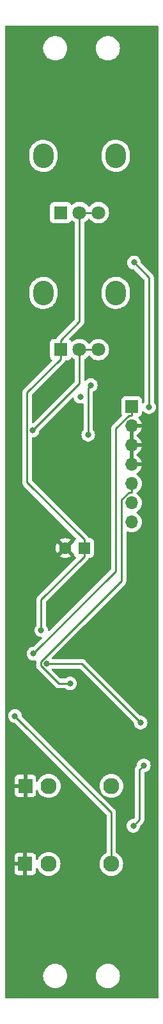
<source format=gbr>
%TF.GenerationSoftware,KiCad,Pcbnew,(7.0.0)*%
%TF.CreationDate,2023-03-26T16:47:36-07:00*%
%TF.ProjectId,followbuttons,666f6c6c-6f77-4627-9574-746f6e732e6b,rev?*%
%TF.SameCoordinates,Original*%
%TF.FileFunction,Copper,L2,Bot*%
%TF.FilePolarity,Positive*%
%FSLAX46Y46*%
G04 Gerber Fmt 4.6, Leading zero omitted, Abs format (unit mm)*
G04 Created by KiCad (PCBNEW (7.0.0)) date 2023-03-26 16:47:36*
%MOMM*%
%LPD*%
G01*
G04 APERTURE LIST*
%TA.AperFunction,ComponentPad*%
%ADD10R,1.700000X1.700000*%
%TD*%
%TA.AperFunction,ComponentPad*%
%ADD11O,1.700000X1.700000*%
%TD*%
%TA.AperFunction,ComponentPad*%
%ADD12R,1.830000X1.930000*%
%TD*%
%TA.AperFunction,ComponentPad*%
%ADD13C,2.130000*%
%TD*%
%TA.AperFunction,ComponentPad*%
%ADD14O,2.720000X3.240000*%
%TD*%
%TA.AperFunction,ComponentPad*%
%ADD15R,1.800000X1.800000*%
%TD*%
%TA.AperFunction,ComponentPad*%
%ADD16C,1.800000*%
%TD*%
%TA.AperFunction,ComponentPad*%
%ADD17R,1.600000X1.600000*%
%TD*%
%TA.AperFunction,ComponentPad*%
%ADD18C,1.600000*%
%TD*%
%TA.AperFunction,ViaPad*%
%ADD19C,0.800000*%
%TD*%
%TA.AperFunction,Conductor*%
%ADD20C,0.250000*%
%TD*%
G04 APERTURE END LIST*
D10*
%TO.P,J1,1,-12v_R*%
%TO.N,-12V*%
X36799999Y-70319999D03*
D11*
%TO.P,J1,2,-12v_L*%
%TO.N,GND*%
X36799999Y-72859999D03*
%TO.P,J1,3,GND*%
X36799999Y-75399999D03*
%TO.P,J1,4,GND*%
X36799999Y-77939999D03*
%TO.P,J1,5,GND_R3*%
%TO.N,+12V*%
X36799999Y-80479999D03*
%TO.P,J1,6,GND_L3*%
%TO.N,unconnected-(J1-GND_L3-Pad6)*%
X36799999Y-83019999D03*
%TO.P,J1,7*%
%TO.N,N/C*%
X36799999Y-85559999D03*
%TD*%
D12*
%TO.P,J3,S*%
%TO.N,GND*%
X22719999Y-120399999D03*
D13*
%TO.P,J3,T*%
%TO.N,Net-(J3-PadT)*%
X34120000Y-120400000D03*
%TO.P,J3,TN*%
%TO.N,unconnected-(J3-PadTN)*%
X25820000Y-120400000D03*
%TD*%
D14*
%TO.P,RV2,*%
%TO.N,*%
X25099999Y-55299999D03*
X34699999Y-55299999D03*
D15*
%TO.P,RV2,1,1*%
%TO.N,Net-(U2A-+)*%
X27399999Y-62799999D03*
D16*
%TO.P,RV2,2,2*%
%TO.N,Net-(D2-A)*%
X29900000Y-62800000D03*
%TO.P,RV2,3,3*%
X32400000Y-62800000D03*
%TD*%
D12*
%TO.P,J2,S*%
%TO.N,GND*%
X22699999Y-130699999D03*
D13*
%TO.P,J2,T*%
%TO.N,Net-(U1A-+)*%
X34100000Y-130700000D03*
%TO.P,J2,TN*%
%TO.N,unconnected-(J2-PadTN)*%
X25800000Y-130700000D03*
%TD*%
D14*
%TO.P,RV1,*%
%TO.N,*%
X25099999Y-37199999D03*
X34699999Y-37199999D03*
D15*
%TO.P,RV1,1,1*%
%TO.N,Net-(D1-K)*%
X27399999Y-44699999D03*
D16*
%TO.P,RV1,2,2*%
%TO.N,Net-(U2A-+)*%
X29900000Y-44700000D03*
%TO.P,RV1,3,3*%
X32400000Y-44700000D03*
%TD*%
D17*
%TO.P,C1,1*%
%TO.N,Net-(U2A-+)*%
X30505099Y-88999999D03*
D18*
%TO.P,C1,2*%
%TO.N,GND*%
X28005100Y-89000000D03*
%TD*%
D19*
%TO.N,GND*%
X35700000Y-60300000D03*
X28600000Y-75200000D03*
X24500000Y-75100000D03*
X27600000Y-105800000D03*
X23000000Y-105000000D03*
X23200000Y-96400000D03*
X29700000Y-79300000D03*
X27500000Y-67900000D03*
%TO.N,Net-(D6-K)*%
X37109500Y-51300000D03*
X39100000Y-70400000D03*
%TO.N,Net-(D11-K)*%
X37023200Y-125688000D03*
X38400000Y-117700000D03*
%TO.N,Net-(D9-A)*%
X25545500Y-104271000D03*
X37990300Y-112059000D03*
%TO.N,Net-(D3-A)*%
X30004200Y-69010000D03*
%TO.N,Net-(U1B--)*%
X31043400Y-74030800D03*
X31378800Y-67485300D03*
%TO.N,Net-(U1A-+)*%
X21335800Y-111174000D03*
%TO.N,+12V*%
X28642100Y-106872000D03*
%TO.N,-12V*%
X23802500Y-102942000D03*
%TO.N,Net-(D2-A)*%
X23664300Y-73481100D03*
%TO.N,Net-(U2A-+)*%
X24820300Y-99845900D03*
%TD*%
D20*
%TO.N,Net-(D11-K)*%
X37837500Y-124874000D02*
X37023200Y-125688000D01*
X37837500Y-118262500D02*
X37837500Y-124874000D01*
X38400000Y-117700000D02*
X37837500Y-118262500D01*
%TO.N,Net-(D2-A)*%
X29900000Y-62800000D02*
X29900000Y-67245400D01*
%TO.N,Net-(D6-K)*%
X39100000Y-70400000D02*
X39100000Y-53290500D01*
X39100000Y-53290500D02*
X37109500Y-51300000D01*
%TO.N,Net-(D9-A)*%
X30202300Y-104271000D02*
X25545500Y-104271000D01*
X37990300Y-112059000D02*
X30202300Y-104271000D01*
%TO.N,Net-(U1B--)*%
X31043400Y-67820700D02*
X31043400Y-74030800D01*
X31378800Y-67485300D02*
X31043400Y-67820700D01*
%TO.N,Net-(U1A-+)*%
X34100000Y-123938000D02*
X21335800Y-111174000D01*
X34100000Y-130700000D02*
X34100000Y-123938000D01*
%TO.N,+12V*%
X36434700Y-81655100D02*
X36800000Y-81655100D01*
X35465400Y-82624400D02*
X36434700Y-81655100D01*
X35465400Y-93325600D02*
X35465400Y-82624400D01*
X24770800Y-104020200D02*
X35465400Y-93325600D01*
X24770800Y-104521800D02*
X24770800Y-104020200D01*
X27121000Y-106872000D02*
X24770800Y-104521800D01*
X28642100Y-106872000D02*
X27121000Y-106872000D01*
X36800000Y-80480000D02*
X36800000Y-81655100D01*
%TO.N,-12V*%
X36800000Y-70320000D02*
X36800000Y-71495100D01*
X34706200Y-92038300D02*
X23802500Y-102942000D01*
X34706200Y-73221700D02*
X34706200Y-92038300D01*
X36432800Y-71495100D02*
X34706200Y-73221700D01*
X36800000Y-71495100D02*
X36432800Y-71495100D01*
%TO.N,Net-(D2-A)*%
X32400000Y-62800000D02*
X29900000Y-62800000D01*
X29900000Y-67245400D02*
X23664300Y-73481100D01*
%TO.N,Net-(U2A-+)*%
X32400000Y-44700000D02*
X29900000Y-44700000D01*
X27400000Y-61574900D02*
X27400000Y-62800000D01*
X29900000Y-59074900D02*
X27400000Y-61574900D01*
X29900000Y-44700000D02*
X29900000Y-59074900D01*
X27400000Y-64025100D02*
X27400000Y-62800000D01*
X22936900Y-68488200D02*
X27400000Y-64025100D01*
X22936900Y-80306700D02*
X22936900Y-68488200D01*
X30505100Y-87874900D02*
X22936900Y-80306700D01*
X30505100Y-89000000D02*
X30505100Y-87874900D01*
X24820300Y-95809900D02*
X24820300Y-99845900D01*
X30505100Y-90125100D02*
X24820300Y-95809900D01*
X30505100Y-89000000D02*
X30505100Y-90125100D01*
%TD*%
%TA.AperFunction,Conductor*%
%TO.N,GND*%
G36*
X28954435Y-63838753D02*
G01*
X29131374Y-63976470D01*
X29194898Y-64010847D01*
X29209517Y-64018759D01*
X29257023Y-64064340D01*
X29274500Y-64127814D01*
X29274500Y-66934947D01*
X29265061Y-66982400D01*
X29238181Y-67022628D01*
X23774081Y-72486728D01*
X23724718Y-72516978D01*
X23667002Y-72521520D01*
X23613515Y-72499365D01*
X23575915Y-72455342D01*
X23562400Y-72399047D01*
X23562400Y-68798652D01*
X23571839Y-68751199D01*
X23598719Y-68710971D01*
X24642595Y-67667095D01*
X27787306Y-64522382D01*
X27795482Y-64514943D01*
X27801877Y-64510886D01*
X27847933Y-64461840D01*
X27850550Y-64459138D01*
X27870120Y-64439570D01*
X27872565Y-64436416D01*
X27880155Y-64427528D01*
X27910062Y-64395682D01*
X27919709Y-64378132D01*
X27930393Y-64361866D01*
X27942674Y-64346036D01*
X27960018Y-64305951D01*
X27965161Y-64295455D01*
X27982038Y-64264758D01*
X28027578Y-64217766D01*
X28090698Y-64200499D01*
X28344561Y-64200499D01*
X28347872Y-64200499D01*
X28407483Y-64194091D01*
X28542331Y-64143796D01*
X28657546Y-64057546D01*
X28743796Y-63942331D01*
X28762092Y-63893274D01*
X28794204Y-63845458D01*
X28844457Y-63817308D01*
X28902007Y-63814900D01*
X28954435Y-63838753D01*
G37*
%TD.AperFunction*%
%TA.AperFunction,Conductor*%
G36*
X40257500Y-20017113D02*
G01*
X40302887Y-20062500D01*
X40319500Y-20124500D01*
X40319500Y-148375500D01*
X40302887Y-148437500D01*
X40257500Y-148482887D01*
X40195500Y-148499500D01*
X20124500Y-148499500D01*
X20062500Y-148482887D01*
X20017113Y-148437500D01*
X20000500Y-148375500D01*
X20000500Y-145500000D01*
X25074551Y-145500000D01*
X25094317Y-145751148D01*
X25095452Y-145755877D01*
X25095453Y-145755881D01*
X25151989Y-145991374D01*
X25151991Y-145991382D01*
X25153127Y-145996111D01*
X25249534Y-146228859D01*
X25252081Y-146233016D01*
X25252082Y-146233017D01*
X25378617Y-146439504D01*
X25378622Y-146439511D01*
X25381164Y-146443659D01*
X25384324Y-146447358D01*
X25384327Y-146447363D01*
X25534845Y-146623596D01*
X25544776Y-146635224D01*
X25548476Y-146638384D01*
X25730705Y-146794023D01*
X25736341Y-146798836D01*
X25740491Y-146801379D01*
X25740495Y-146801382D01*
X25852300Y-146869896D01*
X25951141Y-146930466D01*
X26183889Y-147026873D01*
X26428852Y-147085683D01*
X26680000Y-147105449D01*
X26931148Y-147085683D01*
X27176111Y-147026873D01*
X27408859Y-146930466D01*
X27623659Y-146798836D01*
X27815224Y-146635224D01*
X27978836Y-146443659D01*
X28110466Y-146228859D01*
X28206873Y-145996111D01*
X28265683Y-145751148D01*
X28285449Y-145500000D01*
X32034551Y-145500000D01*
X32054317Y-145751148D01*
X32055452Y-145755877D01*
X32055453Y-145755881D01*
X32111989Y-145991374D01*
X32111991Y-145991382D01*
X32113127Y-145996111D01*
X32209534Y-146228859D01*
X32212081Y-146233016D01*
X32212082Y-146233017D01*
X32338617Y-146439504D01*
X32338622Y-146439511D01*
X32341164Y-146443659D01*
X32344324Y-146447358D01*
X32344327Y-146447363D01*
X32494845Y-146623596D01*
X32504776Y-146635224D01*
X32508476Y-146638384D01*
X32690705Y-146794023D01*
X32696341Y-146798836D01*
X32700491Y-146801379D01*
X32700495Y-146801382D01*
X32812300Y-146869896D01*
X32911141Y-146930466D01*
X33143889Y-147026873D01*
X33388852Y-147085683D01*
X33640000Y-147105449D01*
X33891148Y-147085683D01*
X34136111Y-147026873D01*
X34368859Y-146930466D01*
X34583659Y-146798836D01*
X34775224Y-146635224D01*
X34938836Y-146443659D01*
X35070466Y-146228859D01*
X35166873Y-145996111D01*
X35225683Y-145751148D01*
X35245449Y-145500000D01*
X35225683Y-145248852D01*
X35166873Y-145003889D01*
X35070466Y-144771141D01*
X34938836Y-144556341D01*
X34775224Y-144364776D01*
X34771523Y-144361615D01*
X34587363Y-144204327D01*
X34587358Y-144204324D01*
X34583659Y-144201164D01*
X34579511Y-144198622D01*
X34579504Y-144198617D01*
X34373017Y-144072082D01*
X34373016Y-144072081D01*
X34368859Y-144069534D01*
X34136111Y-143973127D01*
X34131382Y-143971991D01*
X34131374Y-143971989D01*
X33895881Y-143915453D01*
X33895877Y-143915452D01*
X33891148Y-143914317D01*
X33886295Y-143913935D01*
X33644854Y-143894933D01*
X33640000Y-143894551D01*
X33635146Y-143894933D01*
X33393704Y-143913935D01*
X33393702Y-143913935D01*
X33388852Y-143914317D01*
X33384124Y-143915451D01*
X33384118Y-143915453D01*
X33148625Y-143971989D01*
X33148613Y-143971992D01*
X33143889Y-143973127D01*
X33139392Y-143974989D01*
X33139388Y-143974991D01*
X32915645Y-144067668D01*
X32915640Y-144067670D01*
X32911141Y-144069534D01*
X32906988Y-144072078D01*
X32906982Y-144072082D01*
X32700495Y-144198617D01*
X32700482Y-144198626D01*
X32696341Y-144201164D01*
X32692646Y-144204319D01*
X32692636Y-144204327D01*
X32508476Y-144361615D01*
X32508469Y-144361621D01*
X32504776Y-144364776D01*
X32501621Y-144368469D01*
X32501615Y-144368476D01*
X32344327Y-144552636D01*
X32344319Y-144552646D01*
X32341164Y-144556341D01*
X32338626Y-144560482D01*
X32338617Y-144560495D01*
X32212082Y-144766982D01*
X32212078Y-144766988D01*
X32209534Y-144771141D01*
X32207670Y-144775640D01*
X32207668Y-144775645D01*
X32114991Y-144999388D01*
X32113127Y-145003889D01*
X32111992Y-145008613D01*
X32111989Y-145008625D01*
X32055453Y-145244118D01*
X32055451Y-145244124D01*
X32054317Y-145248852D01*
X32034551Y-145500000D01*
X28285449Y-145500000D01*
X28265683Y-145248852D01*
X28206873Y-145003889D01*
X28110466Y-144771141D01*
X27978836Y-144556341D01*
X27815224Y-144364776D01*
X27811523Y-144361615D01*
X27627363Y-144204327D01*
X27627358Y-144204324D01*
X27623659Y-144201164D01*
X27619511Y-144198622D01*
X27619504Y-144198617D01*
X27413017Y-144072082D01*
X27413016Y-144072081D01*
X27408859Y-144069534D01*
X27176111Y-143973127D01*
X27171382Y-143971991D01*
X27171374Y-143971989D01*
X26935881Y-143915453D01*
X26935877Y-143915452D01*
X26931148Y-143914317D01*
X26926295Y-143913935D01*
X26684854Y-143894933D01*
X26680000Y-143894551D01*
X26675146Y-143894933D01*
X26433704Y-143913935D01*
X26433702Y-143913935D01*
X26428852Y-143914317D01*
X26424124Y-143915451D01*
X26424118Y-143915453D01*
X26188625Y-143971989D01*
X26188613Y-143971992D01*
X26183889Y-143973127D01*
X26179392Y-143974989D01*
X26179388Y-143974991D01*
X25955645Y-144067668D01*
X25955640Y-144067670D01*
X25951141Y-144069534D01*
X25946988Y-144072078D01*
X25946982Y-144072082D01*
X25740495Y-144198617D01*
X25740482Y-144198626D01*
X25736341Y-144201164D01*
X25732646Y-144204319D01*
X25732636Y-144204327D01*
X25548476Y-144361615D01*
X25548469Y-144361621D01*
X25544776Y-144364776D01*
X25541621Y-144368469D01*
X25541615Y-144368476D01*
X25384327Y-144552636D01*
X25384319Y-144552646D01*
X25381164Y-144556341D01*
X25378626Y-144560482D01*
X25378617Y-144560495D01*
X25252082Y-144766982D01*
X25252078Y-144766988D01*
X25249534Y-144771141D01*
X25247670Y-144775640D01*
X25247668Y-144775645D01*
X25154991Y-144999388D01*
X25153127Y-145003889D01*
X25151992Y-145008613D01*
X25151989Y-145008625D01*
X25095453Y-145244118D01*
X25095451Y-145244124D01*
X25094317Y-145248852D01*
X25074551Y-145500000D01*
X20000500Y-145500000D01*
X20000500Y-138000000D01*
X21499459Y-138000000D01*
X21499617Y-138000383D01*
X21499901Y-138000500D01*
X24487944Y-138000500D01*
X24500099Y-138000500D01*
X24500383Y-138000383D01*
X24500541Y-138000000D01*
X26499459Y-138000000D01*
X26499617Y-138000383D01*
X26499901Y-138000500D01*
X29487944Y-138000500D01*
X29500099Y-138000500D01*
X29500383Y-138000383D01*
X29500541Y-138000000D01*
X31499459Y-138000000D01*
X31499617Y-138000383D01*
X31499901Y-138000500D01*
X34487944Y-138000500D01*
X34500099Y-138000500D01*
X34500383Y-138000383D01*
X34500541Y-138000000D01*
X36499459Y-138000000D01*
X36499617Y-138000383D01*
X36499901Y-138000500D01*
X39487944Y-138000500D01*
X39500099Y-138000500D01*
X39500383Y-138000383D01*
X39500541Y-138000000D01*
X39500383Y-137999617D01*
X39500099Y-137999500D01*
X36499901Y-137999500D01*
X36499617Y-137999617D01*
X36499459Y-138000000D01*
X34500541Y-138000000D01*
X34500383Y-137999617D01*
X34500099Y-137999500D01*
X31499901Y-137999500D01*
X31499617Y-137999617D01*
X31499459Y-138000000D01*
X29500541Y-138000000D01*
X29500383Y-137999617D01*
X29500099Y-137999500D01*
X26499901Y-137999500D01*
X26499617Y-137999617D01*
X26499459Y-138000000D01*
X24500541Y-138000000D01*
X24500383Y-137999617D01*
X24500099Y-137999500D01*
X21499901Y-137999500D01*
X21499617Y-137999617D01*
X21499459Y-138000000D01*
X20000500Y-138000000D01*
X20000500Y-131709518D01*
X21285000Y-131709518D01*
X21285353Y-131716114D01*
X21290573Y-131764667D01*
X21294111Y-131779641D01*
X21338547Y-131898777D01*
X21346962Y-131914189D01*
X21422498Y-132015092D01*
X21434907Y-132027501D01*
X21535810Y-132103037D01*
X21551222Y-132111452D01*
X21670358Y-132155888D01*
X21685332Y-132159426D01*
X21733885Y-132164646D01*
X21740482Y-132165000D01*
X22433674Y-132165000D01*
X22446549Y-132161549D01*
X22450000Y-132148674D01*
X22950000Y-132148674D01*
X22953450Y-132161549D01*
X22966326Y-132165000D01*
X23659518Y-132165000D01*
X23666114Y-132164646D01*
X23714667Y-132159426D01*
X23729641Y-132155888D01*
X23848777Y-132111452D01*
X23864189Y-132103037D01*
X23965092Y-132027501D01*
X23977501Y-132015092D01*
X24053037Y-131914189D01*
X24061452Y-131898777D01*
X24105888Y-131779641D01*
X24109426Y-131764667D01*
X24114646Y-131716114D01*
X24115000Y-131709518D01*
X24115000Y-131346289D01*
X24133273Y-131281499D01*
X24182705Y-131235804D01*
X24248729Y-131222671D01*
X24311885Y-131245971D01*
X24353560Y-131298835D01*
X24400816Y-131412920D01*
X24529567Y-131623023D01*
X24532731Y-131626728D01*
X24532735Y-131626733D01*
X24609074Y-131716114D01*
X24689601Y-131810399D01*
X24693308Y-131813565D01*
X24873266Y-131967264D01*
X24873269Y-131967266D01*
X24876977Y-131970433D01*
X25087080Y-132099184D01*
X25314738Y-132193483D01*
X25554345Y-132251007D01*
X25800000Y-132270341D01*
X26045655Y-132251007D01*
X26285262Y-132193483D01*
X26512920Y-132099184D01*
X26723023Y-131970433D01*
X26910399Y-131810399D01*
X27070433Y-131623023D01*
X27199184Y-131412920D01*
X27293483Y-131185262D01*
X27351007Y-130945655D01*
X27370341Y-130700000D01*
X27351007Y-130454345D01*
X27293483Y-130214738D01*
X27199184Y-129987080D01*
X27070433Y-129776977D01*
X26996559Y-129690482D01*
X26913565Y-129593308D01*
X26910399Y-129589601D01*
X26906691Y-129586434D01*
X26726733Y-129432735D01*
X26726728Y-129432731D01*
X26723023Y-129429567D01*
X26512920Y-129300816D01*
X26285262Y-129206517D01*
X26280533Y-129205381D01*
X26280525Y-129205379D01*
X26050388Y-129150129D01*
X26050384Y-129150128D01*
X26045655Y-129148993D01*
X26040802Y-129148611D01*
X25804854Y-129130041D01*
X25800000Y-129129659D01*
X25795146Y-129130041D01*
X25559197Y-129148611D01*
X25559195Y-129148611D01*
X25554345Y-129148993D01*
X25549617Y-129150127D01*
X25549611Y-129150129D01*
X25319474Y-129205379D01*
X25319462Y-129205382D01*
X25314738Y-129206517D01*
X25310241Y-129208379D01*
X25310237Y-129208381D01*
X25091584Y-129298950D01*
X25091579Y-129298952D01*
X25087080Y-129300816D01*
X25082927Y-129303360D01*
X25082921Y-129303364D01*
X24881134Y-129427019D01*
X24881128Y-129427022D01*
X24876977Y-129429567D01*
X24873277Y-129432726D01*
X24873266Y-129432735D01*
X24693308Y-129586434D01*
X24693301Y-129586440D01*
X24689601Y-129589601D01*
X24686440Y-129593301D01*
X24686434Y-129593308D01*
X24532735Y-129773266D01*
X24532726Y-129773277D01*
X24529567Y-129776977D01*
X24527022Y-129781128D01*
X24527019Y-129781134D01*
X24403364Y-129982921D01*
X24403360Y-129982927D01*
X24400816Y-129987080D01*
X24398952Y-129991579D01*
X24398950Y-129991584D01*
X24353561Y-130101164D01*
X24311885Y-130154029D01*
X24248729Y-130177329D01*
X24182705Y-130164196D01*
X24133273Y-130118501D01*
X24115000Y-130053711D01*
X24115000Y-129690482D01*
X24114646Y-129683885D01*
X24109426Y-129635332D01*
X24105888Y-129620358D01*
X24061452Y-129501222D01*
X24053037Y-129485810D01*
X23977501Y-129384907D01*
X23965092Y-129372498D01*
X23864189Y-129296962D01*
X23848777Y-129288547D01*
X23729641Y-129244111D01*
X23714667Y-129240573D01*
X23666114Y-129235353D01*
X23659518Y-129235000D01*
X22966326Y-129235000D01*
X22953450Y-129238450D01*
X22950000Y-129251326D01*
X22950000Y-132148674D01*
X22450000Y-132148674D01*
X22450000Y-130966326D01*
X22446549Y-130953450D01*
X22433674Y-130950000D01*
X21301326Y-130950000D01*
X21288450Y-130953450D01*
X21285000Y-130966326D01*
X21285000Y-131709518D01*
X20000500Y-131709518D01*
X20000500Y-130433674D01*
X21285000Y-130433674D01*
X21288450Y-130446549D01*
X21301326Y-130450000D01*
X22433674Y-130450000D01*
X22446549Y-130446549D01*
X22450000Y-130433674D01*
X22450000Y-129251326D01*
X22446549Y-129238450D01*
X22433674Y-129235000D01*
X21740482Y-129235000D01*
X21733885Y-129235353D01*
X21685332Y-129240573D01*
X21670358Y-129244111D01*
X21551222Y-129288547D01*
X21535810Y-129296962D01*
X21434907Y-129372498D01*
X21422498Y-129384907D01*
X21346962Y-129485810D01*
X21338547Y-129501222D01*
X21294111Y-129620358D01*
X21290573Y-129635332D01*
X21285353Y-129683885D01*
X21285000Y-129690482D01*
X21285000Y-130433674D01*
X20000500Y-130433674D01*
X20000500Y-121409518D01*
X21305000Y-121409518D01*
X21305353Y-121416114D01*
X21310573Y-121464667D01*
X21314111Y-121479641D01*
X21358547Y-121598777D01*
X21366962Y-121614189D01*
X21442498Y-121715092D01*
X21454907Y-121727501D01*
X21555810Y-121803037D01*
X21571222Y-121811452D01*
X21690358Y-121855888D01*
X21705332Y-121859426D01*
X21753885Y-121864646D01*
X21760482Y-121865000D01*
X22453674Y-121865000D01*
X22466549Y-121861549D01*
X22470000Y-121848674D01*
X22970000Y-121848674D01*
X22973450Y-121861549D01*
X22986326Y-121865000D01*
X23679518Y-121865000D01*
X23686114Y-121864646D01*
X23734667Y-121859426D01*
X23749641Y-121855888D01*
X23868777Y-121811452D01*
X23884189Y-121803037D01*
X23985092Y-121727501D01*
X23997501Y-121715092D01*
X24073037Y-121614189D01*
X24081452Y-121598777D01*
X24125888Y-121479641D01*
X24129426Y-121464667D01*
X24134646Y-121416114D01*
X24135000Y-121409518D01*
X24135000Y-121046289D01*
X24153273Y-120981499D01*
X24202705Y-120935804D01*
X24268729Y-120922671D01*
X24331885Y-120945971D01*
X24373560Y-120998835D01*
X24420816Y-121112920D01*
X24549567Y-121323023D01*
X24552731Y-121326728D01*
X24552735Y-121326733D01*
X24629074Y-121416114D01*
X24709601Y-121510399D01*
X24713308Y-121513565D01*
X24893266Y-121667264D01*
X24893269Y-121667266D01*
X24896977Y-121670433D01*
X25107080Y-121799184D01*
X25334738Y-121893483D01*
X25574345Y-121951007D01*
X25820000Y-121970341D01*
X26065655Y-121951007D01*
X26305262Y-121893483D01*
X26532920Y-121799184D01*
X26743023Y-121670433D01*
X26930399Y-121510399D01*
X27090433Y-121323023D01*
X27219184Y-121112920D01*
X27313483Y-120885262D01*
X27371007Y-120645655D01*
X27390341Y-120400000D01*
X27371007Y-120154345D01*
X27313483Y-119914738D01*
X27219184Y-119687080D01*
X27090433Y-119476977D01*
X27016559Y-119390482D01*
X26933565Y-119293308D01*
X26930399Y-119289601D01*
X26926691Y-119286434D01*
X26746733Y-119132735D01*
X26746728Y-119132731D01*
X26743023Y-119129567D01*
X26532920Y-119000816D01*
X26305262Y-118906517D01*
X26300533Y-118905381D01*
X26300525Y-118905379D01*
X26070388Y-118850129D01*
X26070384Y-118850128D01*
X26065655Y-118848993D01*
X26060802Y-118848611D01*
X25824854Y-118830041D01*
X25820000Y-118829659D01*
X25815146Y-118830041D01*
X25579197Y-118848611D01*
X25579195Y-118848611D01*
X25574345Y-118848993D01*
X25569617Y-118850127D01*
X25569611Y-118850129D01*
X25339474Y-118905379D01*
X25339462Y-118905382D01*
X25334738Y-118906517D01*
X25330241Y-118908379D01*
X25330237Y-118908381D01*
X25111584Y-118998950D01*
X25111579Y-118998952D01*
X25107080Y-119000816D01*
X25102927Y-119003360D01*
X25102921Y-119003364D01*
X24901134Y-119127019D01*
X24901128Y-119127022D01*
X24896977Y-119129567D01*
X24893277Y-119132726D01*
X24893266Y-119132735D01*
X24713308Y-119286434D01*
X24713301Y-119286440D01*
X24709601Y-119289601D01*
X24706440Y-119293301D01*
X24706434Y-119293308D01*
X24552735Y-119473266D01*
X24552726Y-119473277D01*
X24549567Y-119476977D01*
X24547022Y-119481128D01*
X24547019Y-119481134D01*
X24423364Y-119682921D01*
X24423360Y-119682927D01*
X24420816Y-119687080D01*
X24418952Y-119691579D01*
X24418950Y-119691584D01*
X24373561Y-119801164D01*
X24331885Y-119854029D01*
X24268729Y-119877329D01*
X24202705Y-119864196D01*
X24153273Y-119818501D01*
X24135000Y-119753711D01*
X24135000Y-119390482D01*
X24134646Y-119383885D01*
X24129426Y-119335332D01*
X24125888Y-119320358D01*
X24081452Y-119201222D01*
X24073037Y-119185810D01*
X23997501Y-119084907D01*
X23985092Y-119072498D01*
X23884189Y-118996962D01*
X23868777Y-118988547D01*
X23749641Y-118944111D01*
X23734667Y-118940573D01*
X23686114Y-118935353D01*
X23679518Y-118935000D01*
X22986326Y-118935000D01*
X22973450Y-118938450D01*
X22970000Y-118951326D01*
X22970000Y-121848674D01*
X22470000Y-121848674D01*
X22470000Y-120666326D01*
X22466549Y-120653450D01*
X22453674Y-120650000D01*
X21321326Y-120650000D01*
X21308450Y-120653450D01*
X21305000Y-120666326D01*
X21305000Y-121409518D01*
X20000500Y-121409518D01*
X20000500Y-120133674D01*
X21305000Y-120133674D01*
X21308450Y-120146549D01*
X21321326Y-120150000D01*
X22453674Y-120150000D01*
X22466549Y-120146549D01*
X22470000Y-120133674D01*
X22470000Y-118951326D01*
X22466549Y-118938450D01*
X22453674Y-118935000D01*
X21760482Y-118935000D01*
X21753885Y-118935353D01*
X21705332Y-118940573D01*
X21690358Y-118944111D01*
X21571222Y-118988547D01*
X21555810Y-118996962D01*
X21454907Y-119072498D01*
X21442498Y-119084907D01*
X21366962Y-119185810D01*
X21358547Y-119201222D01*
X21314111Y-119320358D01*
X21310573Y-119335332D01*
X21305353Y-119383885D01*
X21305000Y-119390482D01*
X21305000Y-120133674D01*
X20000500Y-120133674D01*
X20000500Y-111174000D01*
X20430340Y-111174000D01*
X20431019Y-111180460D01*
X20449446Y-111355795D01*
X20449447Y-111355803D01*
X20450126Y-111362256D01*
X20452131Y-111368428D01*
X20452133Y-111368435D01*
X20506613Y-111536105D01*
X20508621Y-111542284D01*
X20603267Y-111706216D01*
X20729929Y-111846888D01*
X20735187Y-111850708D01*
X20735188Y-111850709D01*
X20806499Y-111902519D01*
X20883070Y-111958151D01*
X21055997Y-112035144D01*
X21241154Y-112074500D01*
X21300355Y-112074500D01*
X21347807Y-112083939D01*
X21388034Y-112110817D01*
X27128417Y-117851109D01*
X33438181Y-124160775D01*
X33465061Y-124201004D01*
X33474500Y-124248457D01*
X33474500Y-129181751D01*
X33465061Y-129229203D01*
X33438182Y-129269431D01*
X33397955Y-129296311D01*
X33391587Y-129298948D01*
X33391575Y-129298953D01*
X33387080Y-129300816D01*
X33382927Y-129303360D01*
X33382921Y-129303364D01*
X33181134Y-129427019D01*
X33181128Y-129427022D01*
X33176977Y-129429567D01*
X33173277Y-129432726D01*
X33173266Y-129432735D01*
X32993308Y-129586434D01*
X32993301Y-129586440D01*
X32989601Y-129589601D01*
X32986440Y-129593301D01*
X32986434Y-129593308D01*
X32832735Y-129773266D01*
X32832726Y-129773277D01*
X32829567Y-129776977D01*
X32827022Y-129781128D01*
X32827019Y-129781134D01*
X32703364Y-129982921D01*
X32703360Y-129982927D01*
X32700816Y-129987080D01*
X32698952Y-129991579D01*
X32698950Y-129991584D01*
X32631663Y-130154029D01*
X32606517Y-130214738D01*
X32605382Y-130219462D01*
X32605379Y-130219474D01*
X32550129Y-130449611D01*
X32550127Y-130449617D01*
X32548993Y-130454345D01*
X32529659Y-130700000D01*
X32548993Y-130945655D01*
X32550128Y-130950384D01*
X32550129Y-130950388D01*
X32605379Y-131180525D01*
X32605381Y-131180533D01*
X32606517Y-131185262D01*
X32700816Y-131412920D01*
X32829567Y-131623023D01*
X32832731Y-131626728D01*
X32832735Y-131626733D01*
X32909074Y-131716114D01*
X32989601Y-131810399D01*
X32993308Y-131813565D01*
X33173266Y-131967264D01*
X33173269Y-131967266D01*
X33176977Y-131970433D01*
X33387080Y-132099184D01*
X33614738Y-132193483D01*
X33854345Y-132251007D01*
X34100000Y-132270341D01*
X34345655Y-132251007D01*
X34585262Y-132193483D01*
X34812920Y-132099184D01*
X35023023Y-131970433D01*
X35210399Y-131810399D01*
X35370433Y-131623023D01*
X35499184Y-131412920D01*
X35593483Y-131185262D01*
X35651007Y-130945655D01*
X35670341Y-130700000D01*
X35651007Y-130454345D01*
X35593483Y-130214738D01*
X35499184Y-129987080D01*
X35370433Y-129776977D01*
X35296559Y-129690482D01*
X35213565Y-129593308D01*
X35210399Y-129589601D01*
X35206691Y-129586434D01*
X35026733Y-129432735D01*
X35026728Y-129432731D01*
X35023023Y-129429567D01*
X34812920Y-129300816D01*
X34808419Y-129298951D01*
X34808412Y-129298948D01*
X34802045Y-129296311D01*
X34761818Y-129269431D01*
X34734939Y-129229203D01*
X34725500Y-129181751D01*
X34725500Y-125688000D01*
X36117740Y-125688000D01*
X36118419Y-125694460D01*
X36136846Y-125869795D01*
X36136847Y-125869803D01*
X36137526Y-125876256D01*
X36139531Y-125882428D01*
X36139533Y-125882435D01*
X36194013Y-126050105D01*
X36196021Y-126056284D01*
X36290667Y-126220216D01*
X36417329Y-126360888D01*
X36570470Y-126472151D01*
X36743397Y-126549144D01*
X36928554Y-126588500D01*
X37111343Y-126588500D01*
X37117846Y-126588500D01*
X37303003Y-126549144D01*
X37475930Y-126472151D01*
X37629071Y-126360888D01*
X37755733Y-126220216D01*
X37850379Y-126056284D01*
X37908874Y-125876256D01*
X37926500Y-125708548D01*
X37937904Y-125668121D01*
X37962152Y-125633820D01*
X38224706Y-125371362D01*
X38232945Y-125363867D01*
X38239377Y-125359786D01*
X38285405Y-125310769D01*
X38288008Y-125308084D01*
X38307544Y-125288557D01*
X38310030Y-125285352D01*
X38317621Y-125276465D01*
X38342220Y-125250270D01*
X38347562Y-125244582D01*
X38357183Y-125227080D01*
X38367870Y-125210813D01*
X38380114Y-125195036D01*
X38397502Y-125154872D01*
X38402619Y-125144430D01*
X38423697Y-125106092D01*
X38428660Y-125086757D01*
X38434970Y-125068331D01*
X38442905Y-125050007D01*
X38449755Y-125006806D01*
X38452118Y-124995396D01*
X38463000Y-124953019D01*
X38463000Y-124933053D01*
X38464530Y-124913632D01*
X38467656Y-124893920D01*
X38463547Y-124850376D01*
X38463000Y-124838730D01*
X38463000Y-118707640D01*
X38475550Y-118653282D01*
X38510658Y-118609927D01*
X38561219Y-118586350D01*
X38612401Y-118575470D01*
X38679803Y-118561144D01*
X38852730Y-118484151D01*
X39005871Y-118372888D01*
X39132533Y-118232216D01*
X39227179Y-118068284D01*
X39285674Y-117888256D01*
X39305460Y-117700000D01*
X39285674Y-117511744D01*
X39227179Y-117331716D01*
X39132533Y-117167784D01*
X39005871Y-117027112D01*
X39000613Y-117023292D01*
X39000611Y-117023290D01*
X38857988Y-116919669D01*
X38857987Y-116919668D01*
X38852730Y-116915849D01*
X38846792Y-116913205D01*
X38685745Y-116841501D01*
X38685740Y-116841499D01*
X38679803Y-116838856D01*
X38673444Y-116837504D01*
X38673440Y-116837503D01*
X38501008Y-116800852D01*
X38501005Y-116800851D01*
X38494646Y-116799500D01*
X38305354Y-116799500D01*
X38298995Y-116800851D01*
X38298991Y-116800852D01*
X38126559Y-116837503D01*
X38126552Y-116837505D01*
X38120197Y-116838856D01*
X38114262Y-116841498D01*
X38114254Y-116841501D01*
X37953207Y-116913205D01*
X37953202Y-116913207D01*
X37947270Y-116915849D01*
X37942016Y-116919665D01*
X37942011Y-116919669D01*
X37799388Y-117023290D01*
X37799381Y-117023295D01*
X37794129Y-117027112D01*
X37789784Y-117031937D01*
X37789779Y-117031942D01*
X37671813Y-117162956D01*
X37671808Y-117162962D01*
X37667467Y-117167784D01*
X37664222Y-117173404D01*
X37664218Y-117173410D01*
X37576069Y-117326089D01*
X37576066Y-117326094D01*
X37572821Y-117331716D01*
X37570815Y-117337888D01*
X37570813Y-117337894D01*
X37516333Y-117505564D01*
X37516331Y-117505573D01*
X37514326Y-117511744D01*
X37513647Y-117518203D01*
X37513647Y-117518204D01*
X37496678Y-117679650D01*
X37485278Y-117720072D01*
X37461038Y-117754369D01*
X37450196Y-117765211D01*
X37442011Y-117772659D01*
X37435623Y-117776714D01*
X37430288Y-117782394D01*
X37430283Y-117782399D01*
X37389596Y-117825725D01*
X37386892Y-117828516D01*
X37370128Y-117845280D01*
X37370121Y-117845287D01*
X37367380Y-117848029D01*
X37365000Y-117851096D01*
X37364989Y-117851109D01*
X37364900Y-117851225D01*
X37357342Y-117860070D01*
X37332780Y-117886227D01*
X37332773Y-117886236D01*
X37327438Y-117891918D01*
X37323682Y-117898749D01*
X37323679Y-117898754D01*
X37317785Y-117909475D01*
X37307109Y-117925727D01*
X37299609Y-117935396D01*
X37299601Y-117935407D01*
X37294827Y-117941564D01*
X37291734Y-117948708D01*
X37291729Y-117948719D01*
X37277474Y-117981660D01*
X37272338Y-117992143D01*
X37251303Y-118030408D01*
X37249364Y-118037956D01*
X37249363Y-118037961D01*
X37246322Y-118049807D01*
X37240021Y-118068211D01*
X37235158Y-118079448D01*
X37235156Y-118079452D01*
X37232062Y-118086604D01*
X37230842Y-118094303D01*
X37230842Y-118094305D01*
X37225229Y-118129741D01*
X37222861Y-118141176D01*
X37213938Y-118175928D01*
X37213936Y-118175936D01*
X37212000Y-118183481D01*
X37212000Y-118191277D01*
X37212000Y-118203517D01*
X37210474Y-118222902D01*
X37207340Y-118242696D01*
X37208074Y-118250461D01*
X37208074Y-118250464D01*
X37211450Y-118286176D01*
X37212000Y-118297845D01*
X37212000Y-124563467D01*
X37202557Y-124610931D01*
X37175667Y-124651160D01*
X37075592Y-124751199D01*
X37035371Y-124778066D01*
X36987929Y-124787500D01*
X36928554Y-124787500D01*
X36922195Y-124788851D01*
X36922191Y-124788852D01*
X36749759Y-124825503D01*
X36749752Y-124825505D01*
X36743397Y-124826856D01*
X36737462Y-124829498D01*
X36737454Y-124829501D01*
X36576407Y-124901205D01*
X36576402Y-124901207D01*
X36570470Y-124903849D01*
X36565216Y-124907665D01*
X36565211Y-124907669D01*
X36422588Y-125011290D01*
X36422581Y-125011295D01*
X36417329Y-125015112D01*
X36412984Y-125019937D01*
X36412979Y-125019942D01*
X36295013Y-125150956D01*
X36295008Y-125150962D01*
X36290667Y-125155784D01*
X36287422Y-125161404D01*
X36287418Y-125161410D01*
X36199269Y-125314089D01*
X36199266Y-125314094D01*
X36196021Y-125319716D01*
X36194015Y-125325888D01*
X36194013Y-125325894D01*
X36139533Y-125493564D01*
X36139531Y-125493573D01*
X36137526Y-125499744D01*
X36136848Y-125506194D01*
X36136846Y-125506204D01*
X36119829Y-125668121D01*
X36117740Y-125688000D01*
X34725500Y-125688000D01*
X34725500Y-124015774D01*
X34726021Y-124004717D01*
X34727673Y-123997327D01*
X34725560Y-123930134D01*
X34725500Y-123926239D01*
X34725500Y-123902551D01*
X34725500Y-123898650D01*
X34724997Y-123894670D01*
X34724079Y-123883017D01*
X34722708Y-123839368D01*
X34717121Y-123820139D01*
X34713173Y-123801074D01*
X34711641Y-123788946D01*
X34710664Y-123781208D01*
X34694577Y-123740578D01*
X34690804Y-123729557D01*
X34678616Y-123687605D01*
X34668419Y-123670364D01*
X34659860Y-123652893D01*
X34655355Y-123641515D01*
X34652486Y-123634268D01*
X34626806Y-123598922D01*
X34620406Y-123589179D01*
X34598167Y-123551575D01*
X34584003Y-123537411D01*
X34571362Y-123522611D01*
X34564180Y-123512725D01*
X34564178Y-123512723D01*
X34559594Y-123506413D01*
X34553582Y-123501440D01*
X34553579Y-123501436D01*
X34525944Y-123478574D01*
X34517304Y-123470713D01*
X31446543Y-120400000D01*
X32549659Y-120400000D01*
X32568993Y-120645655D01*
X32570128Y-120650384D01*
X32570129Y-120650388D01*
X32625379Y-120880525D01*
X32625381Y-120880533D01*
X32626517Y-120885262D01*
X32720816Y-121112920D01*
X32849567Y-121323023D01*
X32852731Y-121326728D01*
X32852735Y-121326733D01*
X32929074Y-121416114D01*
X33009601Y-121510399D01*
X33013308Y-121513565D01*
X33193266Y-121667264D01*
X33193269Y-121667266D01*
X33196977Y-121670433D01*
X33407080Y-121799184D01*
X33634738Y-121893483D01*
X33874345Y-121951007D01*
X34120000Y-121970341D01*
X34365655Y-121951007D01*
X34605262Y-121893483D01*
X34832920Y-121799184D01*
X35043023Y-121670433D01*
X35230399Y-121510399D01*
X35390433Y-121323023D01*
X35519184Y-121112920D01*
X35613483Y-120885262D01*
X35671007Y-120645655D01*
X35690341Y-120400000D01*
X35671007Y-120154345D01*
X35613483Y-119914738D01*
X35519184Y-119687080D01*
X35390433Y-119476977D01*
X35316559Y-119390482D01*
X35233565Y-119293308D01*
X35230399Y-119289601D01*
X35226691Y-119286434D01*
X35046733Y-119132735D01*
X35046728Y-119132731D01*
X35043023Y-119129567D01*
X34832920Y-119000816D01*
X34605262Y-118906517D01*
X34600533Y-118905381D01*
X34600525Y-118905379D01*
X34370388Y-118850129D01*
X34370384Y-118850128D01*
X34365655Y-118848993D01*
X34360802Y-118848611D01*
X34124854Y-118830041D01*
X34120000Y-118829659D01*
X34115146Y-118830041D01*
X33879197Y-118848611D01*
X33879195Y-118848611D01*
X33874345Y-118848993D01*
X33869617Y-118850127D01*
X33869611Y-118850129D01*
X33639474Y-118905379D01*
X33639462Y-118905382D01*
X33634738Y-118906517D01*
X33630241Y-118908379D01*
X33630237Y-118908381D01*
X33411584Y-118998950D01*
X33411579Y-118998952D01*
X33407080Y-119000816D01*
X33402927Y-119003360D01*
X33402921Y-119003364D01*
X33201134Y-119127019D01*
X33201128Y-119127022D01*
X33196977Y-119129567D01*
X33193277Y-119132726D01*
X33193266Y-119132735D01*
X33013308Y-119286434D01*
X33013301Y-119286440D01*
X33009601Y-119289601D01*
X33006440Y-119293301D01*
X33006434Y-119293308D01*
X32852735Y-119473266D01*
X32852726Y-119473277D01*
X32849567Y-119476977D01*
X32847022Y-119481128D01*
X32847019Y-119481134D01*
X32723364Y-119682921D01*
X32723360Y-119682927D01*
X32720816Y-119687080D01*
X32718952Y-119691579D01*
X32718950Y-119691584D01*
X32651663Y-119854029D01*
X32626517Y-119914738D01*
X32625382Y-119919462D01*
X32625379Y-119919474D01*
X32570129Y-120149611D01*
X32570127Y-120149617D01*
X32568993Y-120154345D01*
X32549659Y-120400000D01*
X31446543Y-120400000D01*
X22274760Y-111228362D01*
X22250521Y-111194064D01*
X22239120Y-111153641D01*
X22222153Y-110992204D01*
X22222152Y-110992203D01*
X22221474Y-110985744D01*
X22162979Y-110805716D01*
X22068333Y-110641784D01*
X21941671Y-110501112D01*
X21936413Y-110497292D01*
X21936411Y-110497290D01*
X21793788Y-110393669D01*
X21793787Y-110393668D01*
X21788530Y-110389849D01*
X21782592Y-110387205D01*
X21621545Y-110315501D01*
X21621540Y-110315499D01*
X21615603Y-110312856D01*
X21609244Y-110311504D01*
X21609240Y-110311503D01*
X21436808Y-110274852D01*
X21436805Y-110274851D01*
X21430446Y-110273500D01*
X21241154Y-110273500D01*
X21234795Y-110274851D01*
X21234791Y-110274852D01*
X21062359Y-110311503D01*
X21062352Y-110311505D01*
X21055997Y-110312856D01*
X21050062Y-110315498D01*
X21050054Y-110315501D01*
X20889007Y-110387205D01*
X20889002Y-110387207D01*
X20883070Y-110389849D01*
X20877816Y-110393665D01*
X20877811Y-110393669D01*
X20735188Y-110497290D01*
X20735181Y-110497295D01*
X20729929Y-110501112D01*
X20725584Y-110505937D01*
X20725579Y-110505942D01*
X20607613Y-110636956D01*
X20607608Y-110636962D01*
X20603267Y-110641784D01*
X20600022Y-110647404D01*
X20600018Y-110647410D01*
X20511869Y-110800089D01*
X20511866Y-110800094D01*
X20508621Y-110805716D01*
X20506615Y-110811888D01*
X20506613Y-110811894D01*
X20452133Y-110979564D01*
X20452131Y-110979573D01*
X20450126Y-110985744D01*
X20449448Y-110992194D01*
X20449446Y-110992204D01*
X20435786Y-111122181D01*
X20430340Y-111174000D01*
X20000500Y-111174000D01*
X20000500Y-90078703D01*
X27283317Y-90078703D01*
X27290750Y-90086814D01*
X27348177Y-90127025D01*
X27357527Y-90132423D01*
X27553868Y-90223979D01*
X27564002Y-90227667D01*
X27773262Y-90283739D01*
X27783893Y-90285613D01*
X27999705Y-90304494D01*
X28010495Y-90304494D01*
X28226306Y-90285613D01*
X28236937Y-90283739D01*
X28446197Y-90227667D01*
X28456331Y-90223979D01*
X28652675Y-90132422D01*
X28662020Y-90127026D01*
X28719448Y-90086814D01*
X28726880Y-90078703D01*
X28720967Y-90069421D01*
X28016642Y-89365095D01*
X28005100Y-89358431D01*
X27993557Y-89365095D01*
X27289228Y-90069424D01*
X27283317Y-90078703D01*
X20000500Y-90078703D01*
X20000500Y-89005395D01*
X26700606Y-89005395D01*
X26719486Y-89221206D01*
X26721360Y-89231837D01*
X26777432Y-89441097D01*
X26781120Y-89451231D01*
X26872676Y-89647572D01*
X26878074Y-89656922D01*
X26918284Y-89714348D01*
X26926395Y-89721781D01*
X26935674Y-89715870D01*
X27640003Y-89011542D01*
X27646667Y-89000000D01*
X27640003Y-88988457D01*
X26935674Y-88284128D01*
X26926396Y-88278217D01*
X26918283Y-88285651D01*
X26878071Y-88343081D01*
X26872677Y-88352425D01*
X26781120Y-88548768D01*
X26777432Y-88558902D01*
X26721360Y-88768162D01*
X26719486Y-88778793D01*
X26700606Y-88994605D01*
X26700606Y-89005395D01*
X20000500Y-89005395D01*
X20000500Y-87921296D01*
X27283317Y-87921296D01*
X27289228Y-87930574D01*
X27993557Y-88634903D01*
X28005100Y-88641567D01*
X28016642Y-88634903D01*
X28720970Y-87930574D01*
X28726881Y-87921295D01*
X28719448Y-87913184D01*
X28662022Y-87872974D01*
X28652672Y-87867576D01*
X28456331Y-87776020D01*
X28446197Y-87772332D01*
X28236937Y-87716260D01*
X28226306Y-87714386D01*
X28010495Y-87695506D01*
X27999705Y-87695506D01*
X27783893Y-87714386D01*
X27773262Y-87716260D01*
X27564002Y-87772332D01*
X27553868Y-87776020D01*
X27357525Y-87867577D01*
X27348181Y-87872971D01*
X27290751Y-87913183D01*
X27283317Y-87921296D01*
X20000500Y-87921296D01*
X20000500Y-68468396D01*
X22306740Y-68468396D01*
X22307474Y-68476161D01*
X22307474Y-68476164D01*
X22310850Y-68511876D01*
X22311400Y-68523545D01*
X22311400Y-80228925D01*
X22310878Y-80239980D01*
X22309227Y-80247367D01*
X22309471Y-80255153D01*
X22309471Y-80255161D01*
X22311339Y-80314573D01*
X22311400Y-80318468D01*
X22311400Y-80346050D01*
X22311888Y-80349919D01*
X22311889Y-80349925D01*
X22311904Y-80350043D01*
X22312818Y-80361666D01*
X22313945Y-80397530D01*
X22313946Y-80397537D01*
X22314191Y-80405327D01*
X22316367Y-80412819D01*
X22316368Y-80412821D01*
X22319779Y-80424562D01*
X22323725Y-80443615D01*
X22326236Y-80463492D01*
X22329106Y-80470742D01*
X22329108Y-80470748D01*
X22342314Y-80504104D01*
X22346097Y-80515151D01*
X22358282Y-80557090D01*
X22362253Y-80563805D01*
X22362254Y-80563807D01*
X22368481Y-80574337D01*
X22377036Y-80591799D01*
X22381542Y-80603180D01*
X22381543Y-80603183D01*
X22384414Y-80610432D01*
X22406340Y-80640612D01*
X22410081Y-80645760D01*
X22416493Y-80655522D01*
X22434756Y-80686402D01*
X22434759Y-80686407D01*
X22438730Y-80693120D01*
X22444245Y-80698635D01*
X22452890Y-80707280D01*
X22465526Y-80722074D01*
X22472719Y-80731975D01*
X22472723Y-80731979D01*
X22477306Y-80738287D01*
X22483315Y-80743258D01*
X22483316Y-80743259D01*
X22510958Y-80766126D01*
X22519599Y-80773989D01*
X29383908Y-87638299D01*
X29417393Y-87699620D01*
X29412410Y-87769311D01*
X29370541Y-87825244D01*
X29354654Y-87837137D01*
X29354646Y-87837144D01*
X29347554Y-87842454D01*
X29342244Y-87849546D01*
X29342241Y-87849550D01*
X29266619Y-87950568D01*
X29266616Y-87950572D01*
X29261304Y-87957669D01*
X29258204Y-87965978D01*
X29258204Y-87965980D01*
X29213720Y-88085247D01*
X29213719Y-88085250D01*
X29211009Y-88092517D01*
X29210179Y-88100227D01*
X29210179Y-88100232D01*
X29204955Y-88148819D01*
X29204954Y-88148831D01*
X29204600Y-88152127D01*
X29204600Y-88155439D01*
X29204422Y-88158768D01*
X29203176Y-88158701D01*
X29190589Y-88210143D01*
X29151723Y-88254461D01*
X29096785Y-88275825D01*
X29085155Y-88277356D01*
X29074524Y-88284128D01*
X28370195Y-88988457D01*
X28363531Y-89000000D01*
X28370195Y-89011542D01*
X29074521Y-89715867D01*
X29085157Y-89722643D01*
X29096784Y-89724174D01*
X29151678Y-89745507D01*
X29190539Y-89789759D01*
X29203211Y-89841302D01*
X29204423Y-89841238D01*
X29204600Y-89844564D01*
X29204601Y-89847872D01*
X29204953Y-89851150D01*
X29204954Y-89851161D01*
X29210179Y-89899768D01*
X29210180Y-89899773D01*
X29211009Y-89907483D01*
X29213719Y-89914749D01*
X29213720Y-89914753D01*
X29247317Y-90004831D01*
X29261304Y-90042331D01*
X29266618Y-90049430D01*
X29266619Y-90049431D01*
X29281583Y-90069421D01*
X29347554Y-90157546D01*
X29354650Y-90162858D01*
X29354651Y-90162859D01*
X29370536Y-90174750D01*
X29405058Y-90214590D01*
X29419911Y-90265171D01*
X29412409Y-90317351D01*
X29383908Y-90361699D01*
X24432996Y-95312611D01*
X24424811Y-95320059D01*
X24418423Y-95324114D01*
X24413088Y-95329794D01*
X24413083Y-95329799D01*
X24372396Y-95373125D01*
X24369692Y-95375916D01*
X24352928Y-95392680D01*
X24352921Y-95392687D01*
X24350180Y-95395429D01*
X24347800Y-95398496D01*
X24347789Y-95398509D01*
X24347700Y-95398625D01*
X24340142Y-95407470D01*
X24315580Y-95433627D01*
X24315573Y-95433636D01*
X24310238Y-95439318D01*
X24306482Y-95446149D01*
X24306479Y-95446154D01*
X24300585Y-95456875D01*
X24289909Y-95473127D01*
X24282409Y-95482796D01*
X24282401Y-95482807D01*
X24277627Y-95488964D01*
X24274534Y-95496108D01*
X24274529Y-95496119D01*
X24260274Y-95529060D01*
X24255138Y-95539543D01*
X24234103Y-95577808D01*
X24232164Y-95585356D01*
X24232163Y-95585361D01*
X24229122Y-95597207D01*
X24222821Y-95615611D01*
X24217958Y-95626848D01*
X24217956Y-95626852D01*
X24214862Y-95634004D01*
X24213642Y-95641703D01*
X24213642Y-95641705D01*
X24208029Y-95677141D01*
X24205661Y-95688576D01*
X24196738Y-95723328D01*
X24196736Y-95723336D01*
X24194800Y-95730881D01*
X24194800Y-95738677D01*
X24194800Y-95750917D01*
X24193274Y-95770302D01*
X24190140Y-95790096D01*
X24190874Y-95797861D01*
X24190874Y-95797864D01*
X24194250Y-95833576D01*
X24194800Y-95845245D01*
X24194800Y-99147213D01*
X24186564Y-99191651D01*
X24162950Y-99230185D01*
X24092113Y-99308856D01*
X24092108Y-99308862D01*
X24087767Y-99313684D01*
X24084522Y-99319304D01*
X24084518Y-99319310D01*
X23996369Y-99471989D01*
X23996366Y-99471994D01*
X23993121Y-99477616D01*
X23991115Y-99483788D01*
X23991113Y-99483794D01*
X23936633Y-99651464D01*
X23936631Y-99651473D01*
X23934626Y-99657644D01*
X23933948Y-99664094D01*
X23933946Y-99664104D01*
X23916262Y-99832364D01*
X23914840Y-99845900D01*
X23915519Y-99852360D01*
X23933946Y-100027695D01*
X23933947Y-100027703D01*
X23934626Y-100034156D01*
X23936631Y-100040328D01*
X23936633Y-100040335D01*
X23991113Y-100208005D01*
X23993121Y-100214184D01*
X24087767Y-100378116D01*
X24214429Y-100518788D01*
X24367570Y-100630051D01*
X24540497Y-100707044D01*
X24725654Y-100746400D01*
X24732157Y-100746400D01*
X24814146Y-100746400D01*
X24870441Y-100759915D01*
X24914464Y-100797515D01*
X24936619Y-100851002D01*
X24932077Y-100908718D01*
X24901827Y-100958081D01*
X23854728Y-102005181D01*
X23814500Y-102032061D01*
X23767047Y-102041500D01*
X23707854Y-102041500D01*
X23701495Y-102042851D01*
X23701491Y-102042852D01*
X23529059Y-102079503D01*
X23529052Y-102079505D01*
X23522697Y-102080856D01*
X23516762Y-102083498D01*
X23516754Y-102083501D01*
X23355707Y-102155205D01*
X23355702Y-102155207D01*
X23349770Y-102157849D01*
X23344516Y-102161665D01*
X23344511Y-102161669D01*
X23201888Y-102265290D01*
X23201881Y-102265295D01*
X23196629Y-102269112D01*
X23192284Y-102273937D01*
X23192279Y-102273942D01*
X23074313Y-102404956D01*
X23074308Y-102404962D01*
X23069967Y-102409784D01*
X23066722Y-102415404D01*
X23066718Y-102415410D01*
X22978569Y-102568089D01*
X22978566Y-102568094D01*
X22975321Y-102573716D01*
X22973315Y-102579888D01*
X22973313Y-102579894D01*
X22918833Y-102747564D01*
X22918831Y-102747573D01*
X22916826Y-102753744D01*
X22916148Y-102760194D01*
X22916146Y-102760204D01*
X22899025Y-102923114D01*
X22897040Y-102942000D01*
X22897719Y-102948460D01*
X22916146Y-103123795D01*
X22916147Y-103123803D01*
X22916826Y-103130256D01*
X22918831Y-103136428D01*
X22918833Y-103136435D01*
X22959171Y-103260580D01*
X22975321Y-103310284D01*
X23069967Y-103474216D01*
X23074311Y-103479041D01*
X23074313Y-103479043D01*
X23178168Y-103594385D01*
X23196629Y-103614888D01*
X23349770Y-103726151D01*
X23522697Y-103803144D01*
X23707854Y-103842500D01*
X23890643Y-103842500D01*
X23897146Y-103842500D01*
X23995520Y-103821590D01*
X24050247Y-103822306D01*
X24099336Y-103846514D01*
X24133221Y-103889497D01*
X24145300Y-103942880D01*
X24145300Y-103961217D01*
X24143774Y-103980602D01*
X24140640Y-104000396D01*
X24141374Y-104008161D01*
X24141374Y-104008164D01*
X24144750Y-104043876D01*
X24145300Y-104055545D01*
X24145300Y-104444025D01*
X24144778Y-104455080D01*
X24143127Y-104462467D01*
X24143371Y-104470253D01*
X24143371Y-104470261D01*
X24145239Y-104529673D01*
X24145300Y-104533568D01*
X24145300Y-104561150D01*
X24145788Y-104565019D01*
X24145789Y-104565025D01*
X24145804Y-104565143D01*
X24146718Y-104576766D01*
X24147845Y-104612630D01*
X24147846Y-104612637D01*
X24148091Y-104620427D01*
X24150267Y-104627919D01*
X24150268Y-104627921D01*
X24153679Y-104639662D01*
X24157625Y-104658715D01*
X24160136Y-104678592D01*
X24163006Y-104685842D01*
X24163008Y-104685848D01*
X24176214Y-104719204D01*
X24179997Y-104730251D01*
X24192182Y-104772190D01*
X24196153Y-104778905D01*
X24196154Y-104778907D01*
X24202381Y-104789437D01*
X24210936Y-104806899D01*
X24215442Y-104818280D01*
X24215443Y-104818283D01*
X24218314Y-104825532D01*
X24240240Y-104855712D01*
X24243981Y-104860860D01*
X24250393Y-104870622D01*
X24268656Y-104901502D01*
X24268659Y-104901507D01*
X24272630Y-104908220D01*
X24278145Y-104913735D01*
X24286790Y-104922380D01*
X24299426Y-104937174D01*
X24306619Y-104947075D01*
X24306623Y-104947079D01*
X24311206Y-104953387D01*
X24317215Y-104958358D01*
X24317216Y-104958359D01*
X24344858Y-104981226D01*
X24353499Y-104989089D01*
X26623707Y-107259297D01*
X26631156Y-107267483D01*
X26635214Y-107273877D01*
X26640899Y-107279215D01*
X26640901Y-107279218D01*
X26684239Y-107319915D01*
X26687036Y-107322626D01*
X26706530Y-107342120D01*
X26709615Y-107344513D01*
X26709701Y-107344580D01*
X26718573Y-107352158D01*
X26750418Y-107382062D01*
X26757248Y-107385817D01*
X26757251Y-107385819D01*
X26767971Y-107391712D01*
X26784222Y-107402386D01*
X26800064Y-107414674D01*
X26807221Y-107417771D01*
X26807223Y-107417772D01*
X26840155Y-107432022D01*
X26850650Y-107437164D01*
X26888908Y-107458197D01*
X26908312Y-107463179D01*
X26926714Y-107469480D01*
X26937941Y-107474338D01*
X26945105Y-107477438D01*
X26982697Y-107483391D01*
X26988239Y-107484269D01*
X26999682Y-107486639D01*
X27034425Y-107495560D01*
X27034426Y-107495560D01*
X27041981Y-107497500D01*
X27062017Y-107497500D01*
X27081402Y-107499025D01*
X27101196Y-107502160D01*
X27139276Y-107498560D01*
X27144676Y-107498050D01*
X27156345Y-107497500D01*
X27938352Y-107497500D01*
X27988785Y-107508219D01*
X28026881Y-107535895D01*
X28027050Y-107535709D01*
X28028828Y-107537310D01*
X28030498Y-107538523D01*
X28036229Y-107544888D01*
X28189370Y-107656151D01*
X28362297Y-107733144D01*
X28547454Y-107772500D01*
X28730243Y-107772500D01*
X28736746Y-107772500D01*
X28921903Y-107733144D01*
X29094830Y-107656151D01*
X29247971Y-107544888D01*
X29374633Y-107404216D01*
X29469279Y-107240284D01*
X29527774Y-107060256D01*
X29547560Y-106872000D01*
X29527774Y-106683744D01*
X29469279Y-106503716D01*
X29374633Y-106339784D01*
X29290639Y-106246500D01*
X29252320Y-106203942D01*
X29252319Y-106203941D01*
X29247971Y-106199112D01*
X29242713Y-106195292D01*
X29242711Y-106195290D01*
X29100088Y-106091669D01*
X29100087Y-106091668D01*
X29094830Y-106087849D01*
X29088892Y-106085205D01*
X28927845Y-106013501D01*
X28927840Y-106013499D01*
X28921903Y-106010856D01*
X28915544Y-106009504D01*
X28915540Y-106009503D01*
X28743108Y-105972852D01*
X28743105Y-105972851D01*
X28736746Y-105971500D01*
X28547454Y-105971500D01*
X28541095Y-105972851D01*
X28541091Y-105972852D01*
X28368659Y-106009503D01*
X28368652Y-106009505D01*
X28362297Y-106010856D01*
X28356362Y-106013498D01*
X28356354Y-106013501D01*
X28195307Y-106085205D01*
X28195302Y-106085207D01*
X28189370Y-106087849D01*
X28184116Y-106091665D01*
X28184111Y-106091669D01*
X28041488Y-106195290D01*
X28041481Y-106195295D01*
X28036229Y-106199112D01*
X28031880Y-106203941D01*
X28031881Y-106203941D01*
X28030499Y-106205476D01*
X28028828Y-106206689D01*
X28027050Y-106208291D01*
X28026881Y-106208104D01*
X27988785Y-106235781D01*
X27938352Y-106246500D01*
X27431452Y-106246500D01*
X27383999Y-106237061D01*
X27343771Y-106210181D01*
X26241772Y-105108181D01*
X26211522Y-105058818D01*
X26206980Y-105001102D01*
X26229135Y-104947615D01*
X26273158Y-104910015D01*
X26329453Y-104896500D01*
X29891848Y-104896500D01*
X29939301Y-104905939D01*
X29979529Y-104932819D01*
X37051338Y-112004629D01*
X37075578Y-112038927D01*
X37086978Y-112079348D01*
X37087461Y-112083939D01*
X37104626Y-112247256D01*
X37106631Y-112253428D01*
X37106633Y-112253435D01*
X37161113Y-112421105D01*
X37163121Y-112427284D01*
X37257767Y-112591216D01*
X37384429Y-112731888D01*
X37537570Y-112843151D01*
X37710497Y-112920144D01*
X37895654Y-112959500D01*
X38078443Y-112959500D01*
X38084946Y-112959500D01*
X38270103Y-112920144D01*
X38443030Y-112843151D01*
X38596171Y-112731888D01*
X38722833Y-112591216D01*
X38817479Y-112427284D01*
X38875974Y-112247256D01*
X38895760Y-112059000D01*
X38875974Y-111870744D01*
X38817479Y-111690716D01*
X38722833Y-111526784D01*
X38596171Y-111386112D01*
X38590913Y-111382292D01*
X38590911Y-111382290D01*
X38448288Y-111278669D01*
X38448287Y-111278668D01*
X38443030Y-111274849D01*
X38437092Y-111272205D01*
X38276045Y-111200501D01*
X38276040Y-111200499D01*
X38270103Y-111197856D01*
X38263744Y-111196504D01*
X38263740Y-111196503D01*
X38091308Y-111159852D01*
X38091305Y-111159851D01*
X38084946Y-111158500D01*
X38078443Y-111158500D01*
X38025753Y-111158500D01*
X37978300Y-111149061D01*
X37938072Y-111122181D01*
X30699586Y-103883695D01*
X30692142Y-103875514D01*
X30688086Y-103869123D01*
X30639075Y-103823098D01*
X30636278Y-103820387D01*
X30619527Y-103803636D01*
X30616771Y-103800880D01*
X30613590Y-103798412D01*
X30604714Y-103790830D01*
X30578569Y-103766278D01*
X30578567Y-103766276D01*
X30572882Y-103760938D01*
X30566049Y-103757182D01*
X30566043Y-103757177D01*
X30555325Y-103751285D01*
X30539066Y-103740606D01*
X30529395Y-103733104D01*
X30529392Y-103733102D01*
X30523236Y-103728327D01*
X30516079Y-103725229D01*
X30516076Y-103725228D01*
X30483149Y-103710978D01*
X30472663Y-103705841D01*
X30441232Y-103688562D01*
X30441223Y-103688558D01*
X30434392Y-103684803D01*
X30426835Y-103682862D01*
X30426831Y-103682861D01*
X30414988Y-103679820D01*
X30396584Y-103673519D01*
X30385357Y-103668660D01*
X30385350Y-103668658D01*
X30378196Y-103665562D01*
X30370492Y-103664341D01*
X30370490Y-103664341D01*
X30335059Y-103658729D01*
X30323624Y-103656361D01*
X30288871Y-103647438D01*
X30288863Y-103647437D01*
X30281319Y-103645500D01*
X30273523Y-103645500D01*
X30261283Y-103645500D01*
X30241897Y-103643974D01*
X30222104Y-103640840D01*
X30214338Y-103641574D01*
X30214335Y-103641574D01*
X30178624Y-103644950D01*
X30166955Y-103645500D01*
X26329451Y-103645500D01*
X26273156Y-103631985D01*
X26229133Y-103594385D01*
X26206978Y-103540898D01*
X26211520Y-103483182D01*
X26241770Y-103433819D01*
X30528376Y-99147213D01*
X35852711Y-93822878D01*
X35860881Y-93815444D01*
X35867277Y-93811386D01*
X35913318Y-93762356D01*
X35915935Y-93759654D01*
X35935520Y-93740071D01*
X35937985Y-93736892D01*
X35945567Y-93728016D01*
X35975462Y-93696182D01*
X35985113Y-93678623D01*
X35995790Y-93662370D01*
X36008073Y-93646536D01*
X36025418Y-93606452D01*
X36030551Y-93595971D01*
X36051597Y-93557692D01*
X36056579Y-93538284D01*
X36062882Y-93519876D01*
X36070837Y-93501496D01*
X36077671Y-93458344D01*
X36080033Y-93446938D01*
X36090900Y-93404619D01*
X36090900Y-93384583D01*
X36092427Y-93365185D01*
X36094339Y-93353113D01*
X36094338Y-93353113D01*
X36095560Y-93345404D01*
X36091450Y-93301924D01*
X36090900Y-93290255D01*
X36090900Y-86914095D01*
X36106186Y-86854452D01*
X36148275Y-86809515D01*
X36206790Y-86790361D01*
X36267304Y-86801713D01*
X36324113Y-86828203D01*
X36336337Y-86833903D01*
X36564592Y-86895063D01*
X36800000Y-86915659D01*
X37035408Y-86895063D01*
X37263663Y-86833903D01*
X37477830Y-86734035D01*
X37671401Y-86598495D01*
X37838495Y-86431401D01*
X37974035Y-86237830D01*
X38073903Y-86023663D01*
X38135063Y-85795408D01*
X38155659Y-85560000D01*
X38135063Y-85324592D01*
X38073903Y-85096337D01*
X37974035Y-84882171D01*
X37838495Y-84688599D01*
X37671401Y-84521505D01*
X37666968Y-84518401D01*
X37666961Y-84518395D01*
X37485842Y-84391575D01*
X37446976Y-84347257D01*
X37432965Y-84290000D01*
X37446976Y-84232743D01*
X37485842Y-84188425D01*
X37666961Y-84061604D01*
X37666961Y-84061603D01*
X37671401Y-84058495D01*
X37838495Y-83891401D01*
X37974035Y-83697830D01*
X38073903Y-83483663D01*
X38135063Y-83255408D01*
X38155659Y-83020000D01*
X38135063Y-82784592D01*
X38073903Y-82556337D01*
X37974035Y-82342171D01*
X37838495Y-82148599D01*
X37671401Y-81981505D01*
X37666968Y-81978401D01*
X37666961Y-81978395D01*
X37485842Y-81851575D01*
X37446976Y-81807257D01*
X37432965Y-81750000D01*
X37446976Y-81692743D01*
X37485842Y-81648425D01*
X37666961Y-81521604D01*
X37666961Y-81521603D01*
X37671401Y-81518495D01*
X37838495Y-81351401D01*
X37974035Y-81157830D01*
X38073903Y-80943663D01*
X38135063Y-80715408D01*
X38155659Y-80480000D01*
X38135063Y-80244592D01*
X38073903Y-80016337D01*
X37974035Y-79802171D01*
X37838495Y-79608599D01*
X37671401Y-79441505D01*
X37666970Y-79438402D01*
X37666966Y-79438399D01*
X37485405Y-79311269D01*
X37446540Y-79266951D01*
X37432529Y-79209694D01*
X37446540Y-79152437D01*
X37485406Y-79108119D01*
X37666638Y-78981219D01*
X37674909Y-78974278D01*
X37834278Y-78814909D01*
X37841215Y-78806643D01*
X37970498Y-78622008D01*
X37975886Y-78612676D01*
X38071143Y-78408397D01*
X38074831Y-78398263D01*
X38126943Y-78203780D01*
X38127311Y-78192551D01*
X38116369Y-78190000D01*
X36674000Y-78190000D01*
X36612000Y-78173387D01*
X36566613Y-78128000D01*
X36550000Y-78066000D01*
X36550000Y-77673674D01*
X37050000Y-77673674D01*
X37053450Y-77686549D01*
X37066326Y-77690000D01*
X38116369Y-77690000D01*
X38127311Y-77687448D01*
X38126943Y-77676219D01*
X38074831Y-77481736D01*
X38071143Y-77471602D01*
X37975889Y-77267332D01*
X37970491Y-77257982D01*
X37841215Y-77073357D01*
X37834280Y-77065092D01*
X37674909Y-76905721D01*
X37666643Y-76898784D01*
X37484969Y-76771575D01*
X37446104Y-76727257D01*
X37432093Y-76670000D01*
X37446104Y-76612743D01*
X37484969Y-76568425D01*
X37666643Y-76441215D01*
X37674909Y-76434278D01*
X37834278Y-76274909D01*
X37841215Y-76266643D01*
X37970498Y-76082008D01*
X37975886Y-76072676D01*
X38071143Y-75868397D01*
X38074831Y-75858263D01*
X38126943Y-75663780D01*
X38127311Y-75652551D01*
X38116369Y-75650000D01*
X37066326Y-75650000D01*
X37053450Y-75653450D01*
X37050000Y-75666326D01*
X37050000Y-77673674D01*
X36550000Y-77673674D01*
X36550000Y-75133674D01*
X37050000Y-75133674D01*
X37053450Y-75146549D01*
X37066326Y-75150000D01*
X38116369Y-75150000D01*
X38127311Y-75147448D01*
X38126943Y-75136219D01*
X38074831Y-74941736D01*
X38071143Y-74931602D01*
X37975889Y-74727332D01*
X37970491Y-74717982D01*
X37841215Y-74533357D01*
X37834280Y-74525092D01*
X37674909Y-74365721D01*
X37666643Y-74358784D01*
X37484969Y-74231575D01*
X37446104Y-74187257D01*
X37432093Y-74130000D01*
X37446104Y-74072743D01*
X37484969Y-74028425D01*
X37666643Y-73901215D01*
X37674909Y-73894278D01*
X37834278Y-73734909D01*
X37841215Y-73726643D01*
X37970498Y-73542008D01*
X37975886Y-73532676D01*
X38071143Y-73328397D01*
X38074831Y-73318263D01*
X38126943Y-73123780D01*
X38127311Y-73112551D01*
X38116369Y-73110000D01*
X37066326Y-73110000D01*
X37053450Y-73113450D01*
X37050000Y-73126326D01*
X37050000Y-75133674D01*
X36550000Y-75133674D01*
X36550000Y-72734000D01*
X36566613Y-72672000D01*
X36612000Y-72626613D01*
X36674000Y-72610000D01*
X38116369Y-72610000D01*
X38127311Y-72607448D01*
X38126943Y-72596219D01*
X38074831Y-72401736D01*
X38071143Y-72391602D01*
X37975889Y-72187332D01*
X37970491Y-72177982D01*
X37841215Y-71993357D01*
X37834280Y-71985092D01*
X37716053Y-71866865D01*
X37684757Y-71814119D01*
X37682568Y-71752825D01*
X37710022Y-71697981D01*
X37760398Y-71663003D01*
X37892331Y-71613796D01*
X38007546Y-71527546D01*
X38093796Y-71412331D01*
X38144091Y-71277483D01*
X38150500Y-71217873D01*
X38150499Y-71014060D01*
X38165832Y-70954334D01*
X38208041Y-70909376D01*
X38266685Y-70890309D01*
X38327262Y-70901849D01*
X38365805Y-70933712D01*
X38367467Y-70932216D01*
X38494129Y-71072888D01*
X38647270Y-71184151D01*
X38820197Y-71261144D01*
X39005354Y-71300500D01*
X39188143Y-71300500D01*
X39194646Y-71300500D01*
X39379803Y-71261144D01*
X39552730Y-71184151D01*
X39705871Y-71072888D01*
X39832533Y-70932216D01*
X39927179Y-70768284D01*
X39985674Y-70588256D01*
X40005460Y-70400000D01*
X39985674Y-70211744D01*
X39927179Y-70031716D01*
X39832533Y-69867784D01*
X39757349Y-69784284D01*
X39733736Y-69745751D01*
X39725500Y-69701313D01*
X39725500Y-53368272D01*
X39726020Y-53357219D01*
X39727672Y-53349833D01*
X39725561Y-53282645D01*
X39725500Y-53278751D01*
X39725500Y-53255045D01*
X39725500Y-53251150D01*
X39724998Y-53247181D01*
X39724080Y-53235524D01*
X39724069Y-53235181D01*
X39722709Y-53191873D01*
X39717120Y-53172640D01*
X39713174Y-53153583D01*
X39711641Y-53141444D01*
X39710664Y-53133708D01*
X39694582Y-53093091D01*
X39690803Y-53082051D01*
X39680795Y-53047602D01*
X39680793Y-53047599D01*
X39678618Y-53040110D01*
X39668417Y-53022860D01*
X39659863Y-53005401D01*
X39652486Y-52986768D01*
X39626808Y-52951425D01*
X39620401Y-52941671D01*
X39602142Y-52910796D01*
X39602141Y-52910794D01*
X39598170Y-52904080D01*
X39584004Y-52889914D01*
X39571370Y-52875122D01*
X39559594Y-52858913D01*
X39553583Y-52853940D01*
X39553581Y-52853938D01*
X39525941Y-52831073D01*
X39517300Y-52823210D01*
X38048461Y-51354370D01*
X38024221Y-51320072D01*
X38012821Y-51279650D01*
X37995853Y-51118204D01*
X37995852Y-51118203D01*
X37995174Y-51111744D01*
X37936679Y-50931716D01*
X37842033Y-50767784D01*
X37715371Y-50627112D01*
X37710113Y-50623292D01*
X37710111Y-50623290D01*
X37567488Y-50519669D01*
X37567487Y-50519668D01*
X37562230Y-50515849D01*
X37556292Y-50513205D01*
X37395245Y-50441501D01*
X37395240Y-50441499D01*
X37389303Y-50438856D01*
X37382944Y-50437504D01*
X37382940Y-50437503D01*
X37210508Y-50400852D01*
X37210505Y-50400851D01*
X37204146Y-50399500D01*
X37014854Y-50399500D01*
X37008495Y-50400851D01*
X37008491Y-50400852D01*
X36836059Y-50437503D01*
X36836052Y-50437505D01*
X36829697Y-50438856D01*
X36823762Y-50441498D01*
X36823754Y-50441501D01*
X36662707Y-50513205D01*
X36662702Y-50513207D01*
X36656770Y-50515849D01*
X36651516Y-50519665D01*
X36651511Y-50519669D01*
X36508888Y-50623290D01*
X36508881Y-50623295D01*
X36503629Y-50627112D01*
X36499284Y-50631937D01*
X36499279Y-50631942D01*
X36381313Y-50762956D01*
X36381308Y-50762962D01*
X36376967Y-50767784D01*
X36373722Y-50773404D01*
X36373718Y-50773410D01*
X36285569Y-50926089D01*
X36285566Y-50926094D01*
X36282321Y-50931716D01*
X36280315Y-50937888D01*
X36280313Y-50937894D01*
X36225833Y-51105564D01*
X36225831Y-51105573D01*
X36223826Y-51111744D01*
X36223148Y-51118194D01*
X36223146Y-51118204D01*
X36206179Y-51279650D01*
X36204040Y-51300000D01*
X36204719Y-51306460D01*
X36223146Y-51481795D01*
X36223147Y-51481803D01*
X36223826Y-51488256D01*
X36225831Y-51494428D01*
X36225833Y-51494435D01*
X36280313Y-51662105D01*
X36282321Y-51668284D01*
X36376967Y-51832216D01*
X36503629Y-51972888D01*
X36656770Y-52084151D01*
X36829697Y-52161144D01*
X37014854Y-52200500D01*
X37074048Y-52200500D01*
X37121501Y-52209939D01*
X37161729Y-52236819D01*
X38438181Y-53513272D01*
X38465061Y-53553500D01*
X38474500Y-53600953D01*
X38474500Y-69701313D01*
X38466264Y-69745751D01*
X38442650Y-69784284D01*
X38367467Y-69867784D01*
X38365805Y-69866287D01*
X38327262Y-69898151D01*
X38266685Y-69909691D01*
X38208041Y-69890624D01*
X38165833Y-69845666D01*
X38150499Y-69785937D01*
X38150499Y-69425439D01*
X38150499Y-69422128D01*
X38144091Y-69362517D01*
X38093796Y-69227669D01*
X38007546Y-69112454D01*
X37892331Y-69026204D01*
X37757483Y-68975909D01*
X37749770Y-68975079D01*
X37749767Y-68975079D01*
X37701180Y-68969855D01*
X37701169Y-68969854D01*
X37697873Y-68969500D01*
X37694550Y-68969500D01*
X35905439Y-68969500D01*
X35905420Y-68969500D01*
X35902128Y-68969501D01*
X35898850Y-68969853D01*
X35898838Y-68969854D01*
X35850231Y-68975079D01*
X35850225Y-68975080D01*
X35842517Y-68975909D01*
X35835252Y-68978618D01*
X35835246Y-68978620D01*
X35715980Y-69023104D01*
X35715978Y-69023104D01*
X35707669Y-69026204D01*
X35700572Y-69031516D01*
X35700568Y-69031519D01*
X35599550Y-69107141D01*
X35599546Y-69107144D01*
X35592454Y-69112454D01*
X35587144Y-69119546D01*
X35587141Y-69119550D01*
X35511519Y-69220568D01*
X35511516Y-69220572D01*
X35506204Y-69227669D01*
X35503104Y-69235978D01*
X35503104Y-69235980D01*
X35458620Y-69355247D01*
X35458619Y-69355250D01*
X35455909Y-69362517D01*
X35455079Y-69370227D01*
X35455079Y-69370232D01*
X35449855Y-69418819D01*
X35449854Y-69418831D01*
X35449500Y-69422127D01*
X35449500Y-69425448D01*
X35449500Y-69425449D01*
X35449500Y-71214560D01*
X35449500Y-71214578D01*
X35449501Y-71217872D01*
X35449853Y-71221150D01*
X35449854Y-71221161D01*
X35455079Y-71269768D01*
X35455080Y-71269773D01*
X35455909Y-71277483D01*
X35458619Y-71284749D01*
X35458620Y-71284753D01*
X35503104Y-71404019D01*
X35506204Y-71412331D01*
X35507866Y-71414551D01*
X35521567Y-71461220D01*
X35514064Y-71513397D01*
X35485564Y-71557743D01*
X34318896Y-72724411D01*
X34310711Y-72731859D01*
X34304323Y-72735914D01*
X34298988Y-72741594D01*
X34298983Y-72741599D01*
X34258296Y-72784925D01*
X34255592Y-72787716D01*
X34238828Y-72804480D01*
X34238821Y-72804487D01*
X34236080Y-72807229D01*
X34233700Y-72810296D01*
X34233689Y-72810309D01*
X34233600Y-72810425D01*
X34226042Y-72819270D01*
X34201480Y-72845427D01*
X34201473Y-72845436D01*
X34196138Y-72851118D01*
X34192382Y-72857949D01*
X34192379Y-72857954D01*
X34186485Y-72868675D01*
X34175809Y-72884927D01*
X34168309Y-72894596D01*
X34168301Y-72894607D01*
X34163527Y-72900764D01*
X34160434Y-72907908D01*
X34160429Y-72907919D01*
X34146174Y-72940860D01*
X34141038Y-72951343D01*
X34120003Y-72989608D01*
X34118064Y-72997156D01*
X34118063Y-72997161D01*
X34115022Y-73009007D01*
X34108721Y-73027411D01*
X34103858Y-73038648D01*
X34103856Y-73038652D01*
X34100762Y-73045804D01*
X34099542Y-73053503D01*
X34099542Y-73053505D01*
X34093929Y-73088941D01*
X34091561Y-73100376D01*
X34082638Y-73135128D01*
X34082636Y-73135136D01*
X34080700Y-73142681D01*
X34080700Y-73150477D01*
X34080700Y-73162717D01*
X34079174Y-73182102D01*
X34076040Y-73201896D01*
X34076774Y-73209661D01*
X34076774Y-73209664D01*
X34080150Y-73245376D01*
X34080700Y-73257045D01*
X34080700Y-91727847D01*
X34071261Y-91775300D01*
X34044381Y-91815528D01*
X25936762Y-99923146D01*
X25887399Y-99953396D01*
X25829683Y-99957938D01*
X25776196Y-99935783D01*
X25738596Y-99891760D01*
X25727541Y-99845712D01*
X25725760Y-99845900D01*
X25706653Y-99664104D01*
X25706652Y-99664103D01*
X25705974Y-99657644D01*
X25647479Y-99477616D01*
X25552833Y-99313684D01*
X25477649Y-99230184D01*
X25454036Y-99191651D01*
X25445800Y-99147213D01*
X25445800Y-96120352D01*
X25455239Y-96072899D01*
X25482119Y-96032671D01*
X28177155Y-93337635D01*
X30892411Y-90622378D01*
X30900581Y-90614944D01*
X30906977Y-90610886D01*
X30953018Y-90561856D01*
X30955635Y-90559154D01*
X30975220Y-90539571D01*
X30977685Y-90536392D01*
X30985267Y-90527516D01*
X31015162Y-90495682D01*
X31024813Y-90478123D01*
X31035490Y-90461870D01*
X31047773Y-90446036D01*
X31065118Y-90405952D01*
X31070260Y-90395456D01*
X31087136Y-90364760D01*
X31132677Y-90317766D01*
X31195797Y-90300499D01*
X31349661Y-90300499D01*
X31352972Y-90300499D01*
X31412583Y-90294091D01*
X31547431Y-90243796D01*
X31662646Y-90157546D01*
X31748896Y-90042331D01*
X31799191Y-89907483D01*
X31805600Y-89847873D01*
X31805599Y-88152128D01*
X31799191Y-88092517D01*
X31748896Y-87957669D01*
X31662646Y-87842454D01*
X31655543Y-87837137D01*
X31554531Y-87761519D01*
X31554530Y-87761518D01*
X31547431Y-87756204D01*
X31477065Y-87729959D01*
X31419852Y-87708620D01*
X31419850Y-87708619D01*
X31412583Y-87705909D01*
X31404870Y-87705079D01*
X31404867Y-87705079D01*
X31356280Y-87699855D01*
X31356269Y-87699854D01*
X31352973Y-87699500D01*
X31349651Y-87699500D01*
X31196557Y-87699500D01*
X31149707Y-87690309D01*
X31109802Y-87664098D01*
X31084542Y-87627349D01*
X31083718Y-87624510D01*
X31073517Y-87607260D01*
X31064963Y-87589801D01*
X31057586Y-87571168D01*
X31031908Y-87535825D01*
X31025501Y-87526071D01*
X31007242Y-87495196D01*
X31007241Y-87495194D01*
X31003270Y-87488480D01*
X30989104Y-87474314D01*
X30976470Y-87459522D01*
X30964694Y-87443313D01*
X30958683Y-87438340D01*
X30958681Y-87438338D01*
X30931041Y-87415473D01*
X30922400Y-87407610D01*
X23598719Y-80083928D01*
X23571839Y-80043700D01*
X23562400Y-79996247D01*
X23562400Y-74505600D01*
X23579013Y-74443600D01*
X23624400Y-74398213D01*
X23686400Y-74381600D01*
X23752443Y-74381600D01*
X23758946Y-74381600D01*
X23944103Y-74342244D01*
X24117030Y-74265251D01*
X24270171Y-74153988D01*
X24396833Y-74013316D01*
X24491479Y-73849384D01*
X24549974Y-73669356D01*
X24567621Y-73501444D01*
X24579021Y-73461025D01*
X24603258Y-73426730D01*
X28907424Y-69122564D01*
X28967735Y-69089305D01*
X29036492Y-69093358D01*
X29092479Y-69133476D01*
X29113836Y-69186000D01*
X29116495Y-69185435D01*
X29117847Y-69191797D01*
X29118526Y-69198256D01*
X29120531Y-69204428D01*
X29120533Y-69204435D01*
X29175013Y-69372105D01*
X29177021Y-69378284D01*
X29180268Y-69383908D01*
X29180269Y-69383910D01*
X29204251Y-69425449D01*
X29271667Y-69542216D01*
X29398329Y-69682888D01*
X29551470Y-69794151D01*
X29724397Y-69871144D01*
X29909554Y-69910500D01*
X30092343Y-69910500D01*
X30098846Y-69910500D01*
X30268119Y-69874520D01*
X30322847Y-69875236D01*
X30371936Y-69899444D01*
X30405821Y-69942427D01*
X30417900Y-69995810D01*
X30417900Y-73332113D01*
X30409664Y-73376551D01*
X30386050Y-73415085D01*
X30315213Y-73493756D01*
X30315208Y-73493762D01*
X30310867Y-73498584D01*
X30307622Y-73504204D01*
X30307618Y-73504210D01*
X30219469Y-73656889D01*
X30219466Y-73656894D01*
X30216221Y-73662516D01*
X30214215Y-73668688D01*
X30214213Y-73668694D01*
X30159733Y-73836364D01*
X30159731Y-73836373D01*
X30157726Y-73842544D01*
X30157048Y-73848994D01*
X30157046Y-73849004D01*
X30140369Y-74007689D01*
X30137940Y-74030800D01*
X30138619Y-74037260D01*
X30157046Y-74212595D01*
X30157047Y-74212603D01*
X30157726Y-74219056D01*
X30159731Y-74225228D01*
X30159733Y-74225235D01*
X30210039Y-74380058D01*
X30216221Y-74399084D01*
X30219468Y-74404708D01*
X30219469Y-74404710D01*
X30288971Y-74525092D01*
X30310867Y-74563016D01*
X30437529Y-74703688D01*
X30590670Y-74814951D01*
X30763597Y-74891944D01*
X30948754Y-74931300D01*
X31131543Y-74931300D01*
X31138046Y-74931300D01*
X31323203Y-74891944D01*
X31496130Y-74814951D01*
X31649271Y-74703688D01*
X31775933Y-74563016D01*
X31870579Y-74399084D01*
X31929074Y-74219056D01*
X31948860Y-74030800D01*
X31929074Y-73842544D01*
X31870579Y-73662516D01*
X31775933Y-73498584D01*
X31739720Y-73458366D01*
X31700750Y-73415085D01*
X31677136Y-73376551D01*
X31668900Y-73332113D01*
X31668900Y-68422386D01*
X31677929Y-68375935D01*
X31703702Y-68336249D01*
X31742464Y-68309106D01*
X31776592Y-68293911D01*
X31831530Y-68269451D01*
X31984671Y-68158188D01*
X32111333Y-68017516D01*
X32205979Y-67853584D01*
X32264474Y-67673556D01*
X32284260Y-67485300D01*
X32264474Y-67297044D01*
X32205979Y-67117016D01*
X32111333Y-66953084D01*
X31984671Y-66812412D01*
X31979413Y-66808592D01*
X31979411Y-66808590D01*
X31836788Y-66704969D01*
X31836787Y-66704968D01*
X31831530Y-66701149D01*
X31825592Y-66698505D01*
X31664545Y-66626801D01*
X31664540Y-66626799D01*
X31658603Y-66624156D01*
X31652244Y-66622804D01*
X31652240Y-66622803D01*
X31479808Y-66586152D01*
X31479805Y-66586151D01*
X31473446Y-66584800D01*
X31284154Y-66584800D01*
X31277795Y-66586151D01*
X31277791Y-66586152D01*
X31105359Y-66622803D01*
X31105352Y-66622805D01*
X31098997Y-66624156D01*
X31093062Y-66626798D01*
X31093054Y-66626801D01*
X30932007Y-66698505D01*
X30932002Y-66698507D01*
X30926070Y-66701149D01*
X30920816Y-66704965D01*
X30920811Y-66704969D01*
X30778188Y-66808590D01*
X30778181Y-66808595D01*
X30772929Y-66812412D01*
X30768584Y-66817237D01*
X30768579Y-66817242D01*
X30741650Y-66847151D01*
X30692723Y-66880402D01*
X30633959Y-66887201D01*
X30578732Y-66866002D01*
X30539611Y-66821628D01*
X30525500Y-66764179D01*
X30525500Y-64127814D01*
X30542977Y-64064340D01*
X30590483Y-64018759D01*
X30596645Y-64015424D01*
X30668626Y-63976470D01*
X30851784Y-63833913D01*
X31008979Y-63663153D01*
X31046191Y-63606194D01*
X31090980Y-63564963D01*
X31149997Y-63550017D01*
X31209015Y-63564962D01*
X31253807Y-63606195D01*
X31288213Y-63658857D01*
X31288221Y-63658867D01*
X31291021Y-63663153D01*
X31448216Y-63833913D01*
X31631374Y-63976470D01*
X31835497Y-64086936D01*
X32055019Y-64162298D01*
X32283951Y-64200500D01*
X32510916Y-64200500D01*
X32516049Y-64200500D01*
X32744981Y-64162298D01*
X32964503Y-64086936D01*
X33168626Y-63976470D01*
X33351784Y-63833913D01*
X33508979Y-63663153D01*
X33635924Y-63468849D01*
X33729157Y-63256300D01*
X33786134Y-63031305D01*
X33805300Y-62800000D01*
X33786134Y-62568695D01*
X33729157Y-62343700D01*
X33635924Y-62131151D01*
X33508979Y-61936847D01*
X33351784Y-61766087D01*
X33168626Y-61623530D01*
X33114497Y-61594237D01*
X32969007Y-61515501D01*
X32969002Y-61515499D01*
X32964503Y-61513064D01*
X32959657Y-61511400D01*
X32959654Y-61511399D01*
X32749834Y-61439368D01*
X32749833Y-61439367D01*
X32744981Y-61437702D01*
X32739931Y-61436859D01*
X32739922Y-61436857D01*
X32521111Y-61400344D01*
X32521102Y-61400343D01*
X32516049Y-61399500D01*
X32283951Y-61399500D01*
X32278898Y-61400343D01*
X32278888Y-61400344D01*
X32060077Y-61436857D01*
X32060065Y-61436859D01*
X32055019Y-61437702D01*
X32050169Y-61439366D01*
X32050165Y-61439368D01*
X31840345Y-61511399D01*
X31840337Y-61511402D01*
X31835497Y-61513064D01*
X31831001Y-61515496D01*
X31830992Y-61515501D01*
X31635882Y-61621090D01*
X31635878Y-61621092D01*
X31631374Y-61623530D01*
X31627334Y-61626674D01*
X31627327Y-61626679D01*
X31452263Y-61762936D01*
X31452255Y-61762943D01*
X31448216Y-61766087D01*
X31444746Y-61769855D01*
X31444742Y-61769860D01*
X31294491Y-61933077D01*
X31294488Y-61933080D01*
X31291021Y-61936847D01*
X31288226Y-61941124D01*
X31288219Y-61941134D01*
X31253809Y-61993804D01*
X31209017Y-62035037D01*
X31150000Y-62049982D01*
X31090983Y-62035037D01*
X31046191Y-61993804D01*
X31011780Y-61941134D01*
X31011778Y-61941132D01*
X31008979Y-61936847D01*
X30851784Y-61766087D01*
X30668626Y-61623530D01*
X30614497Y-61594237D01*
X30469007Y-61515501D01*
X30469002Y-61515499D01*
X30464503Y-61513064D01*
X30459657Y-61511400D01*
X30459654Y-61511399D01*
X30249834Y-61439368D01*
X30249833Y-61439367D01*
X30244981Y-61437702D01*
X30239931Y-61436859D01*
X30239922Y-61436857D01*
X30021111Y-61400344D01*
X30021102Y-61400343D01*
X30016049Y-61399500D01*
X29783951Y-61399500D01*
X29778898Y-61400343D01*
X29778888Y-61400344D01*
X29560077Y-61436857D01*
X29560065Y-61436859D01*
X29555019Y-61437702D01*
X29550169Y-61439366D01*
X29550165Y-61439368D01*
X29340345Y-61511399D01*
X29340337Y-61511402D01*
X29335497Y-61513064D01*
X29331001Y-61515496D01*
X29330992Y-61515501D01*
X29135882Y-61621090D01*
X29135878Y-61621092D01*
X29131374Y-61623530D01*
X29127334Y-61626674D01*
X29127327Y-61626679D01*
X28954436Y-61761245D01*
X28902007Y-61785099D01*
X28844458Y-61782691D01*
X28794205Y-61754541D01*
X28762092Y-61706723D01*
X28746896Y-61665981D01*
X28743796Y-61657669D01*
X28657546Y-61542454D01*
X28621541Y-61515501D01*
X28577371Y-61482435D01*
X28535500Y-61426501D01*
X28530516Y-61356810D01*
X28563999Y-61295489D01*
X30287311Y-59572178D01*
X30295481Y-59564744D01*
X30301877Y-59560686D01*
X30347918Y-59511656D01*
X30350535Y-59508954D01*
X30370120Y-59489371D01*
X30372585Y-59486192D01*
X30380167Y-59477316D01*
X30410062Y-59445482D01*
X30419713Y-59427923D01*
X30430390Y-59411670D01*
X30442673Y-59395836D01*
X30460026Y-59355732D01*
X30465158Y-59345261D01*
X30482435Y-59313835D01*
X30482435Y-59313834D01*
X30486197Y-59306992D01*
X30491177Y-59287591D01*
X30497481Y-59269181D01*
X30505438Y-59250796D01*
X30512272Y-59207641D01*
X30514638Y-59196221D01*
X30523560Y-59161474D01*
X30525500Y-59153919D01*
X30525500Y-59133883D01*
X30527025Y-59114497D01*
X30530160Y-59094704D01*
X30526050Y-59051224D01*
X30525500Y-59039555D01*
X30525500Y-55628000D01*
X32839500Y-55628000D01*
X32839664Y-55630251D01*
X32839665Y-55630257D01*
X32844817Y-55700645D01*
X32854403Y-55831616D01*
X32855386Y-55836031D01*
X32855388Y-55836041D01*
X32912630Y-56093011D01*
X32912633Y-56093023D01*
X32913618Y-56097442D01*
X32915237Y-56101676D01*
X32915238Y-56101678D01*
X32964508Y-56230500D01*
X33010907Y-56351814D01*
X33013125Y-56355766D01*
X33141978Y-56585359D01*
X33141981Y-56585364D01*
X33144196Y-56589310D01*
X33310645Y-56804868D01*
X33313906Y-56808012D01*
X33503437Y-56990744D01*
X33503442Y-56990748D01*
X33506705Y-56993894D01*
X33728198Y-57152358D01*
X33970403Y-57276885D01*
X34228159Y-57364819D01*
X34495971Y-57414286D01*
X34768131Y-57424232D01*
X35038839Y-57394446D01*
X35302326Y-57325562D01*
X35552975Y-57219047D01*
X35785444Y-57077173D01*
X35994779Y-56902963D01*
X36176518Y-56700131D01*
X36326788Y-56472998D01*
X36442386Y-56226406D01*
X36520847Y-55965611D01*
X36560500Y-55696171D01*
X36560500Y-54972000D01*
X36545597Y-54768384D01*
X36516747Y-54638871D01*
X36487369Y-54506988D01*
X36487368Y-54506985D01*
X36486382Y-54502558D01*
X36389093Y-54248186D01*
X36255804Y-54010690D01*
X36089355Y-53795132D01*
X36086093Y-53791987D01*
X35896562Y-53609255D01*
X35896556Y-53609250D01*
X35893295Y-53606106D01*
X35671802Y-53447642D01*
X35643236Y-53432955D01*
X35433632Y-53325189D01*
X35433625Y-53325186D01*
X35429597Y-53323115D01*
X35425312Y-53321653D01*
X35425307Y-53321651D01*
X35176124Y-53236642D01*
X35176122Y-53236641D01*
X35171841Y-53235181D01*
X35149679Y-53231087D01*
X34908489Y-53186537D01*
X34908478Y-53186535D01*
X34904029Y-53185714D01*
X34899500Y-53185548D01*
X34899496Y-53185548D01*
X34636397Y-53175933D01*
X34636390Y-53175933D01*
X34631869Y-53175768D01*
X34627372Y-53176262D01*
X34627366Y-53176263D01*
X34365672Y-53205057D01*
X34365663Y-53205058D01*
X34361161Y-53205554D01*
X34356782Y-53206698D01*
X34356770Y-53206701D01*
X34102049Y-53273294D01*
X34102046Y-53273295D01*
X34097674Y-53274438D01*
X34093524Y-53276201D01*
X34093511Y-53276206D01*
X33851191Y-53379182D01*
X33851183Y-53379185D01*
X33847025Y-53380953D01*
X33843168Y-53383306D01*
X33843158Y-53383312D01*
X33618428Y-53520463D01*
X33618418Y-53520469D01*
X33614556Y-53522827D01*
X33611071Y-53525726D01*
X33611067Y-53525730D01*
X33408706Y-53694136D01*
X33408700Y-53694141D01*
X33405221Y-53697037D01*
X33402203Y-53700404D01*
X33402199Y-53700409D01*
X33226498Y-53896502D01*
X33226492Y-53896508D01*
X33223482Y-53899869D01*
X33220989Y-53903636D01*
X33220986Y-53903641D01*
X33075711Y-54123224D01*
X33075708Y-54123229D01*
X33073212Y-54127002D01*
X33071295Y-54131089D01*
X33071290Y-54131100D01*
X32959533Y-54369499D01*
X32959530Y-54369506D01*
X32957614Y-54373594D01*
X32956314Y-54377912D01*
X32956310Y-54377925D01*
X32880458Y-54630050D01*
X32879153Y-54634389D01*
X32878494Y-54638865D01*
X32878493Y-54638871D01*
X32840158Y-54899354D01*
X32840157Y-54899361D01*
X32839500Y-54903829D01*
X32839500Y-55628000D01*
X30525500Y-55628000D01*
X30525500Y-46027814D01*
X30542977Y-45964340D01*
X30590483Y-45918759D01*
X30596645Y-45915424D01*
X30668626Y-45876470D01*
X30851784Y-45733913D01*
X31008979Y-45563153D01*
X31046190Y-45506196D01*
X31090982Y-45464962D01*
X31150000Y-45450017D01*
X31209018Y-45464962D01*
X31253809Y-45506196D01*
X31288215Y-45558860D01*
X31288222Y-45558869D01*
X31291021Y-45563153D01*
X31448216Y-45733913D01*
X31631374Y-45876470D01*
X31835497Y-45986936D01*
X32055019Y-46062298D01*
X32283951Y-46100500D01*
X32510916Y-46100500D01*
X32516049Y-46100500D01*
X32744981Y-46062298D01*
X32964503Y-45986936D01*
X33168626Y-45876470D01*
X33351784Y-45733913D01*
X33508979Y-45563153D01*
X33635924Y-45368849D01*
X33729157Y-45156300D01*
X33786134Y-44931305D01*
X33805300Y-44700000D01*
X33786134Y-44468695D01*
X33729157Y-44243700D01*
X33635924Y-44031151D01*
X33508979Y-43836847D01*
X33351784Y-43666087D01*
X33168626Y-43523530D01*
X33114497Y-43494237D01*
X32969007Y-43415501D01*
X32969002Y-43415499D01*
X32964503Y-43413064D01*
X32959657Y-43411400D01*
X32959654Y-43411399D01*
X32749834Y-43339368D01*
X32749833Y-43339367D01*
X32744981Y-43337702D01*
X32739931Y-43336859D01*
X32739922Y-43336857D01*
X32521111Y-43300344D01*
X32521102Y-43300343D01*
X32516049Y-43299500D01*
X32283951Y-43299500D01*
X32278898Y-43300343D01*
X32278888Y-43300344D01*
X32060077Y-43336857D01*
X32060065Y-43336859D01*
X32055019Y-43337702D01*
X32050169Y-43339366D01*
X32050165Y-43339368D01*
X31840345Y-43411399D01*
X31840337Y-43411402D01*
X31835497Y-43413064D01*
X31831001Y-43415496D01*
X31830992Y-43415501D01*
X31635882Y-43521090D01*
X31635878Y-43521092D01*
X31631374Y-43523530D01*
X31627334Y-43526674D01*
X31627327Y-43526679D01*
X31452263Y-43662936D01*
X31452255Y-43662943D01*
X31448216Y-43666087D01*
X31444746Y-43669855D01*
X31444742Y-43669860D01*
X31294491Y-43833077D01*
X31294488Y-43833080D01*
X31291021Y-43836847D01*
X31288226Y-43841124D01*
X31288219Y-43841134D01*
X31253809Y-43893804D01*
X31209017Y-43935037D01*
X31150000Y-43949982D01*
X31090983Y-43935037D01*
X31046191Y-43893804D01*
X31011780Y-43841134D01*
X31011778Y-43841132D01*
X31008979Y-43836847D01*
X30851784Y-43666087D01*
X30668626Y-43523530D01*
X30614497Y-43494237D01*
X30469007Y-43415501D01*
X30469002Y-43415499D01*
X30464503Y-43413064D01*
X30459657Y-43411400D01*
X30459654Y-43411399D01*
X30249834Y-43339368D01*
X30249833Y-43339367D01*
X30244981Y-43337702D01*
X30239931Y-43336859D01*
X30239922Y-43336857D01*
X30021111Y-43300344D01*
X30021102Y-43300343D01*
X30016049Y-43299500D01*
X29783951Y-43299500D01*
X29778898Y-43300343D01*
X29778888Y-43300344D01*
X29560077Y-43336857D01*
X29560065Y-43336859D01*
X29555019Y-43337702D01*
X29550169Y-43339366D01*
X29550165Y-43339368D01*
X29340345Y-43411399D01*
X29340337Y-43411402D01*
X29335497Y-43413064D01*
X29331001Y-43415496D01*
X29330992Y-43415501D01*
X29135882Y-43521090D01*
X29135878Y-43521092D01*
X29131374Y-43523530D01*
X29127334Y-43526674D01*
X29127327Y-43526679D01*
X28954436Y-43661245D01*
X28902007Y-43685099D01*
X28844458Y-43682691D01*
X28794205Y-43654541D01*
X28762092Y-43606723D01*
X28746896Y-43565981D01*
X28743796Y-43557669D01*
X28657546Y-43442454D01*
X28621541Y-43415501D01*
X28549431Y-43361519D01*
X28549430Y-43361518D01*
X28542331Y-43356204D01*
X28407483Y-43305909D01*
X28399770Y-43305079D01*
X28399767Y-43305079D01*
X28351180Y-43299855D01*
X28351169Y-43299854D01*
X28347873Y-43299500D01*
X28344550Y-43299500D01*
X26455439Y-43299500D01*
X26455420Y-43299500D01*
X26452128Y-43299501D01*
X26448850Y-43299853D01*
X26448838Y-43299854D01*
X26400231Y-43305079D01*
X26400225Y-43305080D01*
X26392517Y-43305909D01*
X26385252Y-43308618D01*
X26385246Y-43308620D01*
X26265980Y-43353104D01*
X26265978Y-43353104D01*
X26257669Y-43356204D01*
X26250572Y-43361516D01*
X26250568Y-43361519D01*
X26149550Y-43437141D01*
X26149546Y-43437144D01*
X26142454Y-43442454D01*
X26137144Y-43449546D01*
X26137141Y-43449550D01*
X26061519Y-43550568D01*
X26061516Y-43550572D01*
X26056204Y-43557669D01*
X26053104Y-43565978D01*
X26053104Y-43565980D01*
X26008620Y-43685247D01*
X26008619Y-43685250D01*
X26005909Y-43692517D01*
X26005079Y-43700227D01*
X26005079Y-43700232D01*
X25999855Y-43748819D01*
X25999854Y-43748831D01*
X25999500Y-43752127D01*
X25999500Y-43755448D01*
X25999500Y-43755449D01*
X25999500Y-45644560D01*
X25999500Y-45644578D01*
X25999501Y-45647872D01*
X25999853Y-45651150D01*
X25999854Y-45651161D01*
X26005079Y-45699768D01*
X26005080Y-45699773D01*
X26005909Y-45707483D01*
X26008619Y-45714749D01*
X26008620Y-45714753D01*
X26037908Y-45793276D01*
X26056204Y-45842331D01*
X26061518Y-45849430D01*
X26061519Y-45849431D01*
X26083588Y-45878912D01*
X26142454Y-45957546D01*
X26257669Y-46043796D01*
X26392517Y-46094091D01*
X26452127Y-46100500D01*
X28347872Y-46100499D01*
X28407483Y-46094091D01*
X28542331Y-46043796D01*
X28657546Y-45957546D01*
X28743796Y-45842331D01*
X28762092Y-45793274D01*
X28794204Y-45745458D01*
X28844457Y-45717308D01*
X28902007Y-45714900D01*
X28954435Y-45738753D01*
X29131374Y-45876470D01*
X29194898Y-45910847D01*
X29209517Y-45918759D01*
X29257023Y-45964340D01*
X29274500Y-46027814D01*
X29274500Y-58764448D01*
X29265061Y-58811901D01*
X29238181Y-58852129D01*
X27012696Y-61077611D01*
X27004511Y-61085059D01*
X26998123Y-61089114D01*
X26992788Y-61094794D01*
X26992783Y-61094799D01*
X26952096Y-61138125D01*
X26949392Y-61140916D01*
X26932628Y-61157680D01*
X26932621Y-61157687D01*
X26929880Y-61160429D01*
X26927500Y-61163496D01*
X26927489Y-61163509D01*
X26927400Y-61163625D01*
X26919842Y-61172470D01*
X26895280Y-61198627D01*
X26895273Y-61198636D01*
X26889938Y-61204318D01*
X26886182Y-61211149D01*
X26886179Y-61211154D01*
X26880285Y-61221875D01*
X26869609Y-61238127D01*
X26862109Y-61247796D01*
X26862101Y-61247807D01*
X26857327Y-61253964D01*
X26854234Y-61261108D01*
X26854229Y-61261119D01*
X26839974Y-61294060D01*
X26834837Y-61304545D01*
X26817965Y-61335236D01*
X26772424Y-61382231D01*
X26709302Y-61399500D01*
X26455439Y-61399500D01*
X26455420Y-61399500D01*
X26452128Y-61399501D01*
X26448850Y-61399853D01*
X26448838Y-61399854D01*
X26400231Y-61405079D01*
X26400225Y-61405080D01*
X26392517Y-61405909D01*
X26385252Y-61408618D01*
X26385246Y-61408620D01*
X26265980Y-61453104D01*
X26265978Y-61453104D01*
X26257669Y-61456204D01*
X26250572Y-61461516D01*
X26250568Y-61461519D01*
X26149550Y-61537141D01*
X26149546Y-61537144D01*
X26142454Y-61542454D01*
X26137144Y-61549546D01*
X26137141Y-61549550D01*
X26061519Y-61650568D01*
X26061516Y-61650572D01*
X26056204Y-61657669D01*
X26053104Y-61665978D01*
X26053104Y-61665980D01*
X26008620Y-61785247D01*
X26008619Y-61785250D01*
X26005909Y-61792517D01*
X26005079Y-61800227D01*
X26005079Y-61800232D01*
X25999855Y-61848819D01*
X25999854Y-61848831D01*
X25999500Y-61852127D01*
X25999500Y-61855448D01*
X25999500Y-61855449D01*
X25999500Y-63744560D01*
X25999500Y-63744578D01*
X25999501Y-63747872D01*
X25999853Y-63751150D01*
X25999854Y-63751161D01*
X26005079Y-63799768D01*
X26005080Y-63799773D01*
X26005909Y-63807483D01*
X26008619Y-63814749D01*
X26008620Y-63814753D01*
X26037908Y-63893276D01*
X26056204Y-63942331D01*
X26061518Y-63949430D01*
X26061519Y-63949431D01*
X26083588Y-63978912D01*
X26142454Y-64057546D01*
X26222627Y-64117564D01*
X26264498Y-64173497D01*
X26269482Y-64243188D01*
X26235997Y-64304511D01*
X22549596Y-67990911D01*
X22541411Y-67998359D01*
X22535023Y-68002414D01*
X22529688Y-68008094D01*
X22529683Y-68008099D01*
X22488996Y-68051425D01*
X22486292Y-68054216D01*
X22469528Y-68070980D01*
X22469521Y-68070987D01*
X22466780Y-68073729D01*
X22464400Y-68076796D01*
X22464389Y-68076809D01*
X22464300Y-68076925D01*
X22456742Y-68085770D01*
X22432180Y-68111927D01*
X22432173Y-68111936D01*
X22426838Y-68117618D01*
X22423082Y-68124449D01*
X22423079Y-68124454D01*
X22417185Y-68135175D01*
X22406509Y-68151427D01*
X22399009Y-68161096D01*
X22399001Y-68161107D01*
X22394227Y-68167264D01*
X22391134Y-68174408D01*
X22391129Y-68174419D01*
X22376874Y-68207360D01*
X22371738Y-68217843D01*
X22350703Y-68256108D01*
X22348764Y-68263656D01*
X22348763Y-68263661D01*
X22345722Y-68275507D01*
X22339421Y-68293911D01*
X22334558Y-68305148D01*
X22334556Y-68305152D01*
X22331462Y-68312304D01*
X22330242Y-68320003D01*
X22330242Y-68320005D01*
X22324629Y-68355441D01*
X22322261Y-68366876D01*
X22313338Y-68401628D01*
X22313336Y-68401636D01*
X22311400Y-68409181D01*
X22311400Y-68416977D01*
X22311400Y-68429217D01*
X22309874Y-68448602D01*
X22306740Y-68468396D01*
X20000500Y-68468396D01*
X20000500Y-55628000D01*
X23239500Y-55628000D01*
X23239664Y-55630251D01*
X23239665Y-55630257D01*
X23244817Y-55700645D01*
X23254403Y-55831616D01*
X23255386Y-55836031D01*
X23255388Y-55836041D01*
X23312630Y-56093011D01*
X23312633Y-56093023D01*
X23313618Y-56097442D01*
X23315237Y-56101676D01*
X23315238Y-56101678D01*
X23364508Y-56230500D01*
X23410907Y-56351814D01*
X23413125Y-56355766D01*
X23541978Y-56585359D01*
X23541981Y-56585364D01*
X23544196Y-56589310D01*
X23710645Y-56804868D01*
X23713906Y-56808012D01*
X23903437Y-56990744D01*
X23903442Y-56990748D01*
X23906705Y-56993894D01*
X24128198Y-57152358D01*
X24370403Y-57276885D01*
X24628159Y-57364819D01*
X24895971Y-57414286D01*
X25168131Y-57424232D01*
X25438839Y-57394446D01*
X25702326Y-57325562D01*
X25952975Y-57219047D01*
X26185444Y-57077173D01*
X26394779Y-56902963D01*
X26576518Y-56700131D01*
X26726788Y-56472998D01*
X26842386Y-56226406D01*
X26920847Y-55965611D01*
X26960500Y-55696171D01*
X26960500Y-54972000D01*
X26945597Y-54768384D01*
X26916747Y-54638871D01*
X26887369Y-54506988D01*
X26887368Y-54506985D01*
X26886382Y-54502558D01*
X26789093Y-54248186D01*
X26655804Y-54010690D01*
X26489355Y-53795132D01*
X26486093Y-53791987D01*
X26296562Y-53609255D01*
X26296556Y-53609250D01*
X26293295Y-53606106D01*
X26071802Y-53447642D01*
X26043236Y-53432955D01*
X25833632Y-53325189D01*
X25833625Y-53325186D01*
X25829597Y-53323115D01*
X25825312Y-53321653D01*
X25825307Y-53321651D01*
X25576124Y-53236642D01*
X25576122Y-53236641D01*
X25571841Y-53235181D01*
X25549679Y-53231087D01*
X25308489Y-53186537D01*
X25308478Y-53186535D01*
X25304029Y-53185714D01*
X25299500Y-53185548D01*
X25299496Y-53185548D01*
X25036397Y-53175933D01*
X25036390Y-53175933D01*
X25031869Y-53175768D01*
X25027372Y-53176262D01*
X25027366Y-53176263D01*
X24765672Y-53205057D01*
X24765663Y-53205058D01*
X24761161Y-53205554D01*
X24756782Y-53206698D01*
X24756770Y-53206701D01*
X24502049Y-53273294D01*
X24502046Y-53273295D01*
X24497674Y-53274438D01*
X24493524Y-53276201D01*
X24493511Y-53276206D01*
X24251191Y-53379182D01*
X24251183Y-53379185D01*
X24247025Y-53380953D01*
X24243168Y-53383306D01*
X24243158Y-53383312D01*
X24018428Y-53520463D01*
X24018418Y-53520469D01*
X24014556Y-53522827D01*
X24011071Y-53525726D01*
X24011067Y-53525730D01*
X23808706Y-53694136D01*
X23808700Y-53694141D01*
X23805221Y-53697037D01*
X23802203Y-53700404D01*
X23802199Y-53700409D01*
X23626498Y-53896502D01*
X23626492Y-53896508D01*
X23623482Y-53899869D01*
X23620989Y-53903636D01*
X23620986Y-53903641D01*
X23475711Y-54123224D01*
X23475708Y-54123229D01*
X23473212Y-54127002D01*
X23471295Y-54131089D01*
X23471290Y-54131100D01*
X23359533Y-54369499D01*
X23359530Y-54369506D01*
X23357614Y-54373594D01*
X23356314Y-54377912D01*
X23356310Y-54377925D01*
X23280458Y-54630050D01*
X23279153Y-54634389D01*
X23278494Y-54638865D01*
X23278493Y-54638871D01*
X23240158Y-54899354D01*
X23240157Y-54899361D01*
X23239500Y-54903829D01*
X23239500Y-55628000D01*
X20000500Y-55628000D01*
X20000500Y-37528000D01*
X23239500Y-37528000D01*
X23239664Y-37530251D01*
X23239665Y-37530257D01*
X23244817Y-37600645D01*
X23254403Y-37731616D01*
X23255386Y-37736031D01*
X23255388Y-37736041D01*
X23312630Y-37993011D01*
X23312633Y-37993023D01*
X23313618Y-37997442D01*
X23315237Y-38001676D01*
X23315238Y-38001678D01*
X23364508Y-38130500D01*
X23410907Y-38251814D01*
X23413125Y-38255766D01*
X23541978Y-38485359D01*
X23541981Y-38485364D01*
X23544196Y-38489310D01*
X23710645Y-38704868D01*
X23713906Y-38708012D01*
X23903437Y-38890744D01*
X23903442Y-38890748D01*
X23906705Y-38893894D01*
X24128198Y-39052358D01*
X24370403Y-39176885D01*
X24628159Y-39264819D01*
X24895971Y-39314286D01*
X25168131Y-39324232D01*
X25438839Y-39294446D01*
X25702326Y-39225562D01*
X25952975Y-39119047D01*
X26185444Y-38977173D01*
X26394779Y-38802963D01*
X26576518Y-38600131D01*
X26726788Y-38372998D01*
X26842386Y-38126406D01*
X26920847Y-37865611D01*
X26960500Y-37596171D01*
X26960500Y-37528000D01*
X32839500Y-37528000D01*
X32839664Y-37530251D01*
X32839665Y-37530257D01*
X32844817Y-37600645D01*
X32854403Y-37731616D01*
X32855386Y-37736031D01*
X32855388Y-37736041D01*
X32912630Y-37993011D01*
X32912633Y-37993023D01*
X32913618Y-37997442D01*
X32915237Y-38001676D01*
X32915238Y-38001678D01*
X32964508Y-38130500D01*
X33010907Y-38251814D01*
X33013125Y-38255766D01*
X33141978Y-38485359D01*
X33141981Y-38485364D01*
X33144196Y-38489310D01*
X33310645Y-38704868D01*
X33313906Y-38708012D01*
X33503437Y-38890744D01*
X33503442Y-38890748D01*
X33506705Y-38893894D01*
X33728198Y-39052358D01*
X33970403Y-39176885D01*
X34228159Y-39264819D01*
X34495971Y-39314286D01*
X34768131Y-39324232D01*
X35038839Y-39294446D01*
X35302326Y-39225562D01*
X35552975Y-39119047D01*
X35785444Y-38977173D01*
X35994779Y-38802963D01*
X36176518Y-38600131D01*
X36326788Y-38372998D01*
X36442386Y-38126406D01*
X36520847Y-37865611D01*
X36560500Y-37596171D01*
X36560500Y-36872000D01*
X36545597Y-36668384D01*
X36516747Y-36538871D01*
X36487369Y-36406988D01*
X36487368Y-36406985D01*
X36486382Y-36402558D01*
X36389093Y-36148186D01*
X36255804Y-35910690D01*
X36089355Y-35695132D01*
X36086093Y-35691987D01*
X35896562Y-35509255D01*
X35896556Y-35509250D01*
X35893295Y-35506106D01*
X35671802Y-35347642D01*
X35643236Y-35332955D01*
X35433632Y-35225189D01*
X35433625Y-35225186D01*
X35429597Y-35223115D01*
X35425312Y-35221653D01*
X35425307Y-35221651D01*
X35176124Y-35136642D01*
X35176122Y-35136641D01*
X35171841Y-35135181D01*
X35149679Y-35131087D01*
X34908489Y-35086537D01*
X34908478Y-35086535D01*
X34904029Y-35085714D01*
X34899500Y-35085548D01*
X34899496Y-35085548D01*
X34636397Y-35075933D01*
X34636390Y-35075933D01*
X34631869Y-35075768D01*
X34627372Y-35076262D01*
X34627366Y-35076263D01*
X34365672Y-35105057D01*
X34365663Y-35105058D01*
X34361161Y-35105554D01*
X34356782Y-35106698D01*
X34356770Y-35106701D01*
X34102049Y-35173294D01*
X34102046Y-35173295D01*
X34097674Y-35174438D01*
X34093524Y-35176201D01*
X34093511Y-35176206D01*
X33851191Y-35279182D01*
X33851183Y-35279185D01*
X33847025Y-35280953D01*
X33843168Y-35283306D01*
X33843158Y-35283312D01*
X33618428Y-35420463D01*
X33618418Y-35420469D01*
X33614556Y-35422827D01*
X33611071Y-35425726D01*
X33611067Y-35425730D01*
X33408706Y-35594136D01*
X33408700Y-35594141D01*
X33405221Y-35597037D01*
X33402203Y-35600404D01*
X33402199Y-35600409D01*
X33226498Y-35796502D01*
X33226492Y-35796508D01*
X33223482Y-35799869D01*
X33220989Y-35803636D01*
X33220986Y-35803641D01*
X33075711Y-36023224D01*
X33075708Y-36023229D01*
X33073212Y-36027002D01*
X33071295Y-36031089D01*
X33071290Y-36031100D01*
X32959533Y-36269499D01*
X32959530Y-36269506D01*
X32957614Y-36273594D01*
X32956314Y-36277912D01*
X32956310Y-36277925D01*
X32880458Y-36530050D01*
X32879153Y-36534389D01*
X32878494Y-36538865D01*
X32878493Y-36538871D01*
X32840158Y-36799354D01*
X32840157Y-36799361D01*
X32839500Y-36803829D01*
X32839500Y-37528000D01*
X26960500Y-37528000D01*
X26960500Y-36872000D01*
X26945597Y-36668384D01*
X26916747Y-36538871D01*
X26887369Y-36406988D01*
X26887368Y-36406985D01*
X26886382Y-36402558D01*
X26789093Y-36148186D01*
X26655804Y-35910690D01*
X26489355Y-35695132D01*
X26486093Y-35691987D01*
X26296562Y-35509255D01*
X26296556Y-35509250D01*
X26293295Y-35506106D01*
X26071802Y-35347642D01*
X26043236Y-35332955D01*
X25833632Y-35225189D01*
X25833625Y-35225186D01*
X25829597Y-35223115D01*
X25825312Y-35221653D01*
X25825307Y-35221651D01*
X25576124Y-35136642D01*
X25576122Y-35136641D01*
X25571841Y-35135181D01*
X25549679Y-35131087D01*
X25308489Y-35086537D01*
X25308478Y-35086535D01*
X25304029Y-35085714D01*
X25299500Y-35085548D01*
X25299496Y-35085548D01*
X25036397Y-35075933D01*
X25036390Y-35075933D01*
X25031869Y-35075768D01*
X25027372Y-35076262D01*
X25027366Y-35076263D01*
X24765672Y-35105057D01*
X24765663Y-35105058D01*
X24761161Y-35105554D01*
X24756782Y-35106698D01*
X24756770Y-35106701D01*
X24502049Y-35173294D01*
X24502046Y-35173295D01*
X24497674Y-35174438D01*
X24493524Y-35176201D01*
X24493511Y-35176206D01*
X24251191Y-35279182D01*
X24251183Y-35279185D01*
X24247025Y-35280953D01*
X24243168Y-35283306D01*
X24243158Y-35283312D01*
X24018428Y-35420463D01*
X24018418Y-35420469D01*
X24014556Y-35422827D01*
X24011071Y-35425726D01*
X24011067Y-35425730D01*
X23808706Y-35594136D01*
X23808700Y-35594141D01*
X23805221Y-35597037D01*
X23802203Y-35600404D01*
X23802199Y-35600409D01*
X23626498Y-35796502D01*
X23626492Y-35796508D01*
X23623482Y-35799869D01*
X23620989Y-35803636D01*
X23620986Y-35803641D01*
X23475711Y-36023224D01*
X23475708Y-36023229D01*
X23473212Y-36027002D01*
X23471295Y-36031089D01*
X23471290Y-36031100D01*
X23359533Y-36269499D01*
X23359530Y-36269506D01*
X23357614Y-36273594D01*
X23356314Y-36277912D01*
X23356310Y-36277925D01*
X23280458Y-36530050D01*
X23279153Y-36534389D01*
X23278494Y-36538865D01*
X23278493Y-36538871D01*
X23240158Y-36799354D01*
X23240157Y-36799361D01*
X23239500Y-36803829D01*
X23239500Y-37528000D01*
X20000500Y-37528000D01*
X20000500Y-29000000D01*
X21499459Y-29000000D01*
X21499617Y-29000383D01*
X21499901Y-29000500D01*
X24487944Y-29000500D01*
X24500099Y-29000500D01*
X24500383Y-29000383D01*
X24500541Y-29000000D01*
X26499459Y-29000000D01*
X26499617Y-29000383D01*
X26499901Y-29000500D01*
X29487944Y-29000500D01*
X29500099Y-29000500D01*
X29500383Y-29000383D01*
X29500541Y-29000000D01*
X31499459Y-29000000D01*
X31499617Y-29000383D01*
X31499901Y-29000500D01*
X34487944Y-29000500D01*
X34500099Y-29000500D01*
X34500383Y-29000383D01*
X34500541Y-29000000D01*
X36499459Y-29000000D01*
X36499617Y-29000383D01*
X36499901Y-29000500D01*
X39487944Y-29000500D01*
X39500099Y-29000500D01*
X39500383Y-29000383D01*
X39500541Y-29000000D01*
X39500383Y-28999617D01*
X39500099Y-28999500D01*
X36499901Y-28999500D01*
X36499617Y-28999617D01*
X36499459Y-29000000D01*
X34500541Y-29000000D01*
X34500383Y-28999617D01*
X34500099Y-28999500D01*
X31499901Y-28999500D01*
X31499617Y-28999617D01*
X31499459Y-29000000D01*
X29500541Y-29000000D01*
X29500383Y-28999617D01*
X29500099Y-28999500D01*
X26499901Y-28999500D01*
X26499617Y-28999617D01*
X26499459Y-29000000D01*
X24500541Y-29000000D01*
X24500383Y-28999617D01*
X24500099Y-28999500D01*
X21499901Y-28999500D01*
X21499617Y-28999617D01*
X21499459Y-29000000D01*
X20000500Y-29000000D01*
X20000500Y-23000000D01*
X25074551Y-23000000D01*
X25094317Y-23251148D01*
X25095452Y-23255877D01*
X25095453Y-23255881D01*
X25151989Y-23491374D01*
X25151991Y-23491382D01*
X25153127Y-23496111D01*
X25249534Y-23728859D01*
X25252081Y-23733016D01*
X25252082Y-23733017D01*
X25378617Y-23939504D01*
X25378622Y-23939511D01*
X25381164Y-23943659D01*
X25384324Y-23947358D01*
X25384327Y-23947363D01*
X25534845Y-24123596D01*
X25544776Y-24135224D01*
X25548476Y-24138384D01*
X25730705Y-24294023D01*
X25736341Y-24298836D01*
X25740491Y-24301379D01*
X25740495Y-24301382D01*
X25852300Y-24369896D01*
X25951141Y-24430466D01*
X26183889Y-24526873D01*
X26428852Y-24585683D01*
X26680000Y-24605449D01*
X26931148Y-24585683D01*
X27176111Y-24526873D01*
X27408859Y-24430466D01*
X27623659Y-24298836D01*
X27815224Y-24135224D01*
X27978836Y-23943659D01*
X28110466Y-23728859D01*
X28206873Y-23496111D01*
X28265683Y-23251148D01*
X28285449Y-23000000D01*
X32034551Y-23000000D01*
X32054317Y-23251148D01*
X32055452Y-23255877D01*
X32055453Y-23255881D01*
X32111989Y-23491374D01*
X32111991Y-23491382D01*
X32113127Y-23496111D01*
X32209534Y-23728859D01*
X32212081Y-23733016D01*
X32212082Y-23733017D01*
X32338617Y-23939504D01*
X32338622Y-23939511D01*
X32341164Y-23943659D01*
X32344324Y-23947358D01*
X32344327Y-23947363D01*
X32494845Y-24123596D01*
X32504776Y-24135224D01*
X32508476Y-24138384D01*
X32690705Y-24294023D01*
X32696341Y-24298836D01*
X32700491Y-24301379D01*
X32700495Y-24301382D01*
X32812300Y-24369896D01*
X32911141Y-24430466D01*
X33143889Y-24526873D01*
X33388852Y-24585683D01*
X33640000Y-24605449D01*
X33891148Y-24585683D01*
X34136111Y-24526873D01*
X34368859Y-24430466D01*
X34583659Y-24298836D01*
X34775224Y-24135224D01*
X34938836Y-23943659D01*
X35070466Y-23728859D01*
X35166873Y-23496111D01*
X35225683Y-23251148D01*
X35245449Y-23000000D01*
X35225683Y-22748852D01*
X35166873Y-22503889D01*
X35070466Y-22271141D01*
X34938836Y-22056341D01*
X34775224Y-21864776D01*
X34771523Y-21861615D01*
X34587363Y-21704327D01*
X34587358Y-21704324D01*
X34583659Y-21701164D01*
X34579511Y-21698622D01*
X34579504Y-21698617D01*
X34373017Y-21572082D01*
X34373016Y-21572081D01*
X34368859Y-21569534D01*
X34136111Y-21473127D01*
X34131382Y-21471991D01*
X34131374Y-21471989D01*
X33895881Y-21415453D01*
X33895877Y-21415452D01*
X33891148Y-21414317D01*
X33886295Y-21413935D01*
X33644854Y-21394933D01*
X33640000Y-21394551D01*
X33635146Y-21394933D01*
X33393704Y-21413935D01*
X33393702Y-21413935D01*
X33388852Y-21414317D01*
X33384124Y-21415451D01*
X33384118Y-21415453D01*
X33148625Y-21471989D01*
X33148613Y-21471992D01*
X33143889Y-21473127D01*
X33139392Y-21474989D01*
X33139388Y-21474991D01*
X32915645Y-21567668D01*
X32915640Y-21567670D01*
X32911141Y-21569534D01*
X32906988Y-21572078D01*
X32906982Y-21572082D01*
X32700495Y-21698617D01*
X32700482Y-21698626D01*
X32696341Y-21701164D01*
X32692646Y-21704319D01*
X32692636Y-21704327D01*
X32508476Y-21861615D01*
X32508469Y-21861621D01*
X32504776Y-21864776D01*
X32501621Y-21868469D01*
X32501615Y-21868476D01*
X32344327Y-22052636D01*
X32344319Y-22052646D01*
X32341164Y-22056341D01*
X32338626Y-22060482D01*
X32338617Y-22060495D01*
X32212082Y-22266982D01*
X32212078Y-22266988D01*
X32209534Y-22271141D01*
X32207670Y-22275640D01*
X32207668Y-22275645D01*
X32114991Y-22499388D01*
X32113127Y-22503889D01*
X32111992Y-22508613D01*
X32111989Y-22508625D01*
X32055453Y-22744118D01*
X32055451Y-22744124D01*
X32054317Y-22748852D01*
X32034551Y-23000000D01*
X28285449Y-23000000D01*
X28265683Y-22748852D01*
X28206873Y-22503889D01*
X28110466Y-22271141D01*
X27978836Y-22056341D01*
X27815224Y-21864776D01*
X27811523Y-21861615D01*
X27627363Y-21704327D01*
X27627358Y-21704324D01*
X27623659Y-21701164D01*
X27619511Y-21698622D01*
X27619504Y-21698617D01*
X27413017Y-21572082D01*
X27413016Y-21572081D01*
X27408859Y-21569534D01*
X27176111Y-21473127D01*
X27171382Y-21471991D01*
X27171374Y-21471989D01*
X26935881Y-21415453D01*
X26935877Y-21415452D01*
X26931148Y-21414317D01*
X26926295Y-21413935D01*
X26684854Y-21394933D01*
X26680000Y-21394551D01*
X26675146Y-21394933D01*
X26433704Y-21413935D01*
X26433702Y-21413935D01*
X26428852Y-21414317D01*
X26424124Y-21415451D01*
X26424118Y-21415453D01*
X26188625Y-21471989D01*
X26188613Y-21471992D01*
X26183889Y-21473127D01*
X26179392Y-21474989D01*
X26179388Y-21474991D01*
X25955645Y-21567668D01*
X25955640Y-21567670D01*
X25951141Y-21569534D01*
X25946988Y-21572078D01*
X25946982Y-21572082D01*
X25740495Y-21698617D01*
X25740482Y-21698626D01*
X25736341Y-21701164D01*
X25732646Y-21704319D01*
X25732636Y-21704327D01*
X25548476Y-21861615D01*
X25548469Y-21861621D01*
X25544776Y-21864776D01*
X25541621Y-21868469D01*
X25541615Y-21868476D01*
X25384327Y-22052636D01*
X25384319Y-22052646D01*
X25381164Y-22056341D01*
X25378626Y-22060482D01*
X25378617Y-22060495D01*
X25252082Y-22266982D01*
X25252078Y-22266988D01*
X25249534Y-22271141D01*
X25247670Y-22275640D01*
X25247668Y-22275645D01*
X25154991Y-22499388D01*
X25153127Y-22503889D01*
X25151992Y-22508613D01*
X25151989Y-22508625D01*
X25095453Y-22744118D01*
X25095451Y-22744124D01*
X25094317Y-22748852D01*
X25074551Y-23000000D01*
X20000500Y-23000000D01*
X20000500Y-20124500D01*
X20017113Y-20062500D01*
X20062500Y-20017113D01*
X20124500Y-20000500D01*
X40195500Y-20000500D01*
X40257500Y-20017113D01*
G37*
%TD.AperFunction*%
%TD*%
M02*

</source>
